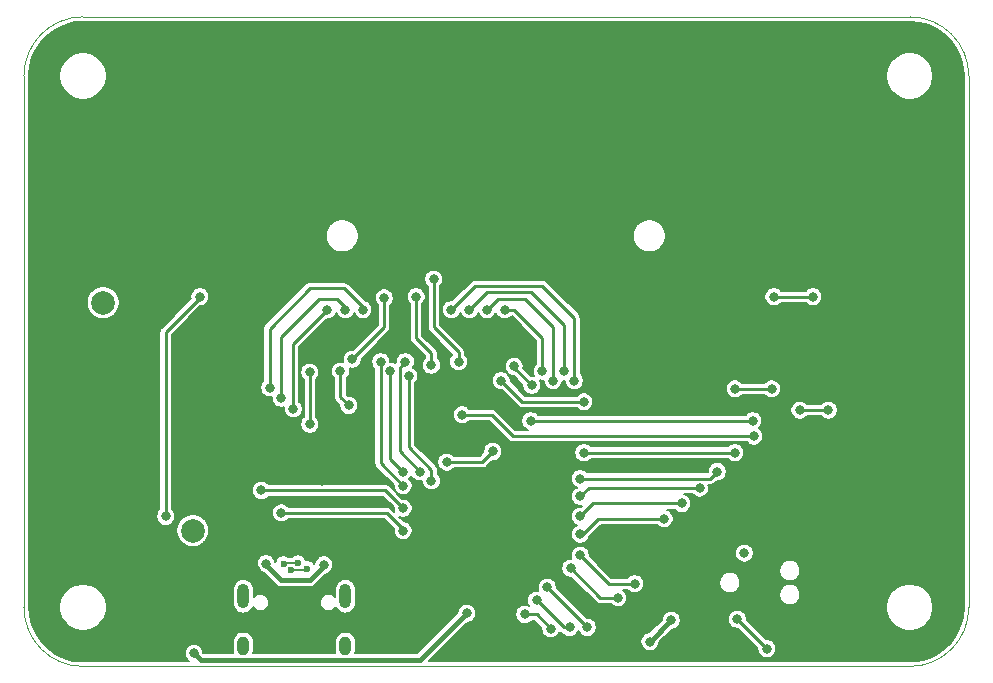
<source format=gbr>
%TF.GenerationSoftware,KiCad,Pcbnew,5.1.7-a382d34a8~87~ubuntu20.04.1*%
%TF.CreationDate,2020-10-04T21:32:38+03:00*%
%TF.ProjectId,GB-CARTPP-XC,47422d43-4152-4545-9050-2d58432e6b69,v1.2*%
%TF.SameCoordinates,Original*%
%TF.FileFunction,Copper,L2,Bot*%
%TF.FilePolarity,Positive*%
%FSLAX46Y46*%
G04 Gerber Fmt 4.6, Leading zero omitted, Abs format (unit mm)*
G04 Created by KiCad (PCBNEW 5.1.7-a382d34a8~87~ubuntu20.04.1) date 2020-10-04 21:32:38*
%MOMM*%
%LPD*%
G01*
G04 APERTURE LIST*
%TA.AperFunction,Profile*%
%ADD10C,0.050000*%
%TD*%
%TA.AperFunction,ComponentPad*%
%ADD11C,2.000000*%
%TD*%
%TA.AperFunction,ComponentPad*%
%ADD12O,1.000000X2.100000*%
%TD*%
%TA.AperFunction,ComponentPad*%
%ADD13O,1.000000X1.600000*%
%TD*%
%TA.AperFunction,ViaPad*%
%ADD14C,0.800000*%
%TD*%
%TA.AperFunction,ViaPad*%
%ADD15C,0.600000*%
%TD*%
%TA.AperFunction,Conductor*%
%ADD16C,0.400000*%
%TD*%
%TA.AperFunction,Conductor*%
%ADD17C,0.250000*%
%TD*%
%TA.AperFunction,Conductor*%
%ADD18C,0.200000*%
%TD*%
%TA.AperFunction,Conductor*%
%ADD19C,0.100000*%
%TD*%
G04 APERTURE END LIST*
D10*
X130000000Y-100000000D02*
G75*
G02*
X125000000Y-105000000I-5000000J0D01*
G01*
X55000000Y-105000000D02*
G75*
G02*
X50000000Y-100000000I0J5000000D01*
G01*
X50000000Y-55000000D02*
G75*
G02*
X55000000Y-50000000I5000000J0D01*
G01*
X125000000Y-50000000D02*
G75*
G02*
X130000000Y-55000000I0J-5000000D01*
G01*
X50000000Y-100000000D02*
X50000000Y-55000000D01*
X125000000Y-105000000D02*
X55000000Y-105000000D01*
X130000000Y-55000000D02*
X130000000Y-100000000D01*
X55000000Y-50000000D02*
X125000000Y-50000000D01*
D11*
%TO.P,TP4,1*%
%TO.N,GND*%
X56700000Y-67500000D03*
%TD*%
D12*
%TO.P,J1,S1*%
%TO.N,/SH*%
X77220000Y-99070000D03*
X68580000Y-99070000D03*
D13*
X68580000Y-103250000D03*
X77220000Y-103250000D03*
%TD*%
D11*
%TO.P,TP3,1*%
%TO.N,VCART*%
X56700000Y-74200000D03*
%TD*%
%TO.P,TP1,1*%
%TO.N,+5V*%
X64300000Y-93500000D03*
%TD*%
D14*
%TO.N,GND*%
X75200000Y-89300000D03*
X85900000Y-100500000D03*
X85100000Y-81300000D03*
X69700000Y-70900000D03*
X75100000Y-72000000D03*
X81800000Y-70800000D03*
X87600000Y-68600000D03*
X93700000Y-70800000D03*
X100800000Y-68400000D03*
X108200000Y-71500000D03*
X65000000Y-59400000D03*
X92400000Y-58700000D03*
X112300000Y-100400000D03*
X58500000Y-90000000D03*
X57700000Y-85700000D03*
X57300000Y-82300000D03*
X75900000Y-86200000D03*
X55200000Y-64100000D03*
X62700000Y-70900000D03*
X54300000Y-78600000D03*
X52500000Y-88700000D03*
X54900000Y-94200000D03*
X58800000Y-103500000D03*
X120700000Y-94500000D03*
X121000000Y-85500000D03*
X127300000Y-76100000D03*
X124300000Y-64900000D03*
X114500000Y-62200000D03*
X83300000Y-62900000D03*
X73600000Y-62400000D03*
X66100000Y-89600000D03*
X66100000Y-92400000D03*
X67100000Y-85000000D03*
X86500000Y-80900000D03*
X106400000Y-95500000D03*
X103300000Y-99600000D03*
X101200000Y-101300000D03*
X89100000Y-100600000D03*
X84800000Y-86800000D03*
X87400000Y-89400000D03*
X77500000Y-84500000D03*
X81800000Y-74600000D03*
X76000000Y-82500000D03*
X75700000Y-79100000D03*
X78900000Y-80100000D03*
X110000000Y-91900000D03*
X114400000Y-86600000D03*
X113200000Y-78500000D03*
X120700000Y-78500000D03*
X113200000Y-75000000D03*
X69650000Y-96850000D03*
X76500000Y-96800000D03*
X63300000Y-96800000D03*
X68500000Y-93900000D03*
X78900000Y-95200000D03*
X66000000Y-101200000D03*
X80500000Y-99100000D03*
%TO.N,Net-(C1-Pad1)*%
X70500000Y-96300000D03*
X75400000Y-96400000D03*
%TO.N,+5V*%
X87500000Y-100500000D03*
X111000000Y-95400000D03*
X103000000Y-102900000D03*
X104800000Y-101100000D03*
X64400000Y-103900000D03*
%TO.N,/PHI*%
X82100000Y-93500000D03*
X71800000Y-92000000D03*
%TO.N,/~WR*%
X70099999Y-90100001D03*
X82100000Y-91600000D03*
%TO.N,/A0*%
X74200014Y-80100000D03*
X74200000Y-84500000D03*
%TO.N,/A1*%
X75700000Y-74800000D03*
X72800000Y-83200000D03*
%TO.N,/A2*%
X77200000Y-74800000D03*
X71800000Y-82300000D03*
%TO.N,/A3*%
X78700000Y-74800000D03*
X70800000Y-81400000D03*
%TO.N,/A4*%
X82100000Y-89700008D03*
X80200000Y-79200000D03*
%TO.N,/A5*%
X82100000Y-88500000D03*
X81000000Y-80000000D03*
%TO.N,/A6*%
X83500000Y-88500000D03*
X82300000Y-79200000D03*
%TO.N,/A7*%
X84500000Y-89300000D03*
X82600000Y-80400000D03*
%TO.N,/A8*%
X96600000Y-80800000D03*
X86200000Y-74800000D03*
%TO.N,/A9*%
X95700000Y-80000000D03*
X87700000Y-74800000D03*
%TO.N,/A10*%
X94800004Y-80800000D03*
X89200000Y-74800000D03*
%TO.N,/A11*%
X93900000Y-80000000D03*
X90700000Y-74800000D03*
%TO.N,/A12*%
X93000000Y-81200000D03*
X91500000Y-79600000D03*
%TO.N,/A14*%
X83200000Y-73700000D03*
X84500000Y-79500000D03*
%TO.N,/A15*%
X86800000Y-79200000D03*
X84700000Y-72200000D03*
%TO.N,/D1*%
X92400000Y-100600000D03*
X94600000Y-101800000D03*
%TO.N,/D2*%
X93400000Y-99400000D03*
X96199997Y-101700003D03*
%TO.N,/D3*%
X94299998Y-98300002D03*
X97700000Y-101700000D03*
%TO.N,/D4*%
X104200000Y-92499996D03*
X97100002Y-93800000D03*
%TO.N,/D5*%
X105700000Y-91200000D03*
X97099996Y-92300000D03*
%TO.N,/D6*%
X107200000Y-89900000D03*
X97100000Y-90600000D03*
%TO.N,/D7*%
X108700000Y-88500002D03*
X97100000Y-89100000D03*
%TO.N,/~RES*%
X110199994Y-81500000D03*
X113300000Y-81500000D03*
X90400000Y-80800000D03*
X97400000Y-82600000D03*
X97400000Y-86900000D03*
X110200000Y-86900000D03*
%TO.N,/~P31*%
X92900000Y-84200000D03*
X111700000Y-84200000D03*
X85800006Y-87700000D03*
X89700000Y-86800000D03*
D15*
%TO.N,/USB_P*%
X72600000Y-96800000D03*
X74000000Y-96717499D03*
%TO.N,/USB_N*%
X71985414Y-96287845D03*
X73200000Y-96200000D03*
D14*
%TO.N,/VPP*%
X80500000Y-73800000D03*
X112900000Y-103500000D03*
X110400000Y-101000000D03*
X77500000Y-82900000D03*
X76800000Y-80000000D03*
X77800002Y-79000000D03*
X116800000Y-73700000D03*
X113499998Y-73700000D03*
%TO.N,/PGC*%
X96300000Y-96700000D03*
X100300004Y-99200000D03*
%TO.N,/PGD*%
X97100000Y-95600000D03*
X101700000Y-98000000D03*
%TO.N,Net-(U1-Pad4)*%
X87100000Y-83700000D03*
X111800000Y-85500000D03*
X115700000Y-83300000D03*
X118100000Y-83300000D03*
X64900000Y-73700000D03*
X62000000Y-92300000D03*
%TD*%
D16*
%TO.N,Net-(C1-Pad1)*%
X71800000Y-97700000D02*
X70500000Y-96400000D01*
X74200000Y-97700000D02*
X71800000Y-97700000D01*
X75400000Y-96500000D02*
X74200000Y-97700000D01*
X70500000Y-96400000D02*
X70500000Y-96300000D01*
X75400000Y-96400000D02*
X75400000Y-96500000D01*
%TO.N,+5V*%
X103000000Y-102900000D02*
X104800000Y-101100000D01*
X83549990Y-104450010D02*
X87500000Y-100500000D01*
X64950010Y-104450010D02*
X83549990Y-104450010D01*
X64400000Y-103900000D02*
X64950010Y-104450010D01*
D17*
%TO.N,/PHI*%
X80700000Y-92000000D02*
X71800000Y-92000000D01*
X82100000Y-93400000D02*
X80700000Y-92000000D01*
X82100000Y-93500000D02*
X82100000Y-93400000D01*
%TO.N,/~WR*%
X70099999Y-90100001D02*
X80600001Y-90100001D01*
X80600001Y-90100001D02*
X82100000Y-91600000D01*
%TO.N,/A0*%
X74200014Y-80100000D02*
X74200014Y-84499986D01*
X74200014Y-84499986D02*
X74200000Y-84500000D01*
%TO.N,/A1*%
X72800000Y-77700000D02*
X72800000Y-83200000D01*
X75700000Y-74800000D02*
X72800000Y-77700000D01*
%TO.N,/A2*%
X71800000Y-77100000D02*
X71800000Y-82300000D01*
X76500000Y-73900000D02*
X75000000Y-73900000D01*
X77200000Y-74600000D02*
X76500000Y-73900000D01*
X75000000Y-73900000D02*
X71800000Y-77100000D01*
X77200000Y-74800000D02*
X77200000Y-74600000D01*
%TO.N,/A3*%
X70800000Y-76400000D02*
X70800000Y-81400000D01*
X74200000Y-73000000D02*
X70800000Y-76400000D01*
X77100000Y-73000000D02*
X74200000Y-73000000D01*
X78700000Y-74600000D02*
X77100000Y-73000000D01*
X78700000Y-74800000D02*
X78700000Y-74600000D01*
%TO.N,/A4*%
X80200000Y-87800008D02*
X80200000Y-79200000D01*
X82100000Y-89700008D02*
X80200000Y-87800008D01*
%TO.N,/A5*%
X81000000Y-87400000D02*
X81000000Y-80000000D01*
X82100000Y-88500000D02*
X81000000Y-87400000D01*
%TO.N,/A6*%
X81800001Y-79699999D02*
X82300000Y-79200000D01*
X83500000Y-88500000D02*
X81800001Y-86800001D01*
X81800001Y-86800001D02*
X81800001Y-79699999D01*
%TO.N,/A7*%
X82600000Y-86434315D02*
X82600000Y-80400000D01*
X84500000Y-88334315D02*
X82600000Y-86434315D01*
X84500000Y-89300000D02*
X84500000Y-88334315D01*
%TO.N,/A8*%
X88200000Y-72800000D02*
X86200000Y-74800000D01*
X93900000Y-72800000D02*
X88200000Y-72800000D01*
X96600000Y-75500000D02*
X93900000Y-72800000D01*
X96600000Y-80800000D02*
X96600000Y-75500000D01*
%TO.N,/A9*%
X95700000Y-76100000D02*
X95700000Y-80000000D01*
X92900000Y-73300000D02*
X95700000Y-76100000D01*
X89200000Y-73300000D02*
X92900000Y-73300000D01*
X87700000Y-74800000D02*
X89200000Y-73300000D01*
%TO.N,/A10*%
X94800004Y-76300004D02*
X94800004Y-80800000D01*
X89200000Y-74800000D02*
X90100000Y-73900000D01*
X90100000Y-73900000D02*
X92400000Y-73900000D01*
X92400000Y-73900000D02*
X94800004Y-76300004D01*
%TO.N,/A11*%
X93900000Y-77200000D02*
X93900000Y-80000000D01*
X91500000Y-74800000D02*
X93900000Y-77200000D01*
X90700000Y-74800000D02*
X91500000Y-74800000D01*
%TO.N,/A12*%
X93000000Y-81200000D02*
X91500000Y-79700000D01*
X91500000Y-79700000D02*
X91500000Y-79600000D01*
%TO.N,/A14*%
X84500000Y-78500000D02*
X84500000Y-79500000D01*
X83200000Y-77200000D02*
X84500000Y-78500000D01*
X83200000Y-73700000D02*
X83200000Y-77200000D01*
%TO.N,/A15*%
X84700000Y-76300000D02*
X84700000Y-72200000D01*
X86800000Y-78400000D02*
X84700000Y-76300000D01*
X86800000Y-79200000D02*
X86800000Y-78400000D01*
%TO.N,/D1*%
X92400000Y-100600000D02*
X93400000Y-100600000D01*
X93400000Y-100600000D02*
X94600000Y-101800000D01*
%TO.N,/D2*%
X93400000Y-99400000D02*
X95700003Y-101700003D01*
X95700003Y-101700003D02*
X96199997Y-101700003D01*
%TO.N,/D3*%
X94299998Y-98300002D02*
X97699996Y-101700000D01*
X97699996Y-101700000D02*
X97700000Y-101700000D01*
%TO.N,/D4*%
X97300000Y-93800000D02*
X97100002Y-93800000D01*
X104200000Y-92499996D02*
X98600004Y-92499996D01*
X98600004Y-92499996D02*
X97300000Y-93800000D01*
%TO.N,/D5*%
X98199996Y-91200000D02*
X97099996Y-92300000D01*
X105700000Y-91200000D02*
X98199996Y-91200000D01*
%TO.N,/D6*%
X97800000Y-89900000D02*
X97100000Y-90600000D01*
X107200000Y-89900000D02*
X97800000Y-89900000D01*
%TO.N,/D7*%
X108100002Y-89100000D02*
X97100000Y-89100000D01*
X108700000Y-88500002D02*
X108100002Y-89100000D01*
%TO.N,/~RES*%
X110199994Y-81500000D02*
X113300000Y-81500000D01*
X97400000Y-82600000D02*
X92200000Y-82600000D01*
X92200000Y-82600000D02*
X90400000Y-80800000D01*
X97400000Y-86900000D02*
X110200000Y-86900000D01*
%TO.N,/~P31*%
X92900000Y-84200000D02*
X111700000Y-84200000D01*
X88800000Y-87700000D02*
X89700000Y-86800000D01*
X85800006Y-87700000D02*
X88800000Y-87700000D01*
D18*
%TO.N,/USB_P*%
X73917499Y-96800000D02*
X74000000Y-96717499D01*
X72600000Y-96800000D02*
X73917499Y-96800000D01*
%TO.N,/USB_N*%
X72073259Y-96200000D02*
X71985414Y-96287845D01*
X73200000Y-96200000D02*
X72073259Y-96200000D01*
D17*
%TO.N,/VPP*%
X110400000Y-101000000D02*
X112900000Y-103500000D01*
X76800000Y-82200000D02*
X76800000Y-80000000D01*
X77500000Y-82900000D02*
X76800000Y-82200000D01*
X80500000Y-76300002D02*
X77800002Y-79000000D01*
X80500000Y-73800000D02*
X80500000Y-76300002D01*
X116800000Y-73700000D02*
X113499998Y-73700000D01*
%TO.N,/PGC*%
X96300000Y-96700000D02*
X98800000Y-99200000D01*
X98800000Y-99200000D02*
X100300004Y-99200000D01*
%TO.N,/PGD*%
X99500000Y-98000000D02*
X101700000Y-98000000D01*
X97100000Y-95600000D02*
X99500000Y-98000000D01*
%TO.N,Net-(U1-Pad4)*%
X87100000Y-83700000D02*
X89600000Y-83700000D01*
X89600000Y-83700000D02*
X91400000Y-85500000D01*
X91400000Y-85500000D02*
X111800000Y-85500000D01*
X115700000Y-83300000D02*
X118100000Y-83300000D01*
X64900000Y-73800000D02*
X62000000Y-76700000D01*
X62000000Y-76700000D02*
X62000000Y-92300000D01*
X64900000Y-73700000D02*
X64900000Y-73800000D01*
%TD*%
D18*
%TO.N,GND*%
X125809861Y-50498967D02*
X126594128Y-50713518D01*
X127328007Y-51063561D01*
X127988293Y-51538024D01*
X128554131Y-52121923D01*
X129007622Y-52796790D01*
X129334441Y-53541303D01*
X129525035Y-54335184D01*
X129575000Y-55015588D01*
X129575001Y-99981066D01*
X129501033Y-100809861D01*
X129286482Y-101594128D01*
X128936441Y-102328003D01*
X128461976Y-102988293D01*
X127878074Y-103554133D01*
X127203210Y-104007623D01*
X126458701Y-104334439D01*
X125664817Y-104525034D01*
X124984412Y-104575000D01*
X84273527Y-104575000D01*
X86027320Y-102821207D01*
X102200000Y-102821207D01*
X102200000Y-102978793D01*
X102230743Y-103133351D01*
X102291049Y-103278942D01*
X102378599Y-103409970D01*
X102490030Y-103521401D01*
X102621058Y-103608951D01*
X102766649Y-103669257D01*
X102921207Y-103700000D01*
X103078793Y-103700000D01*
X103233351Y-103669257D01*
X103378942Y-103608951D01*
X103509970Y-103521401D01*
X103621401Y-103409970D01*
X103708951Y-103278942D01*
X103769257Y-103133351D01*
X103800000Y-102978793D01*
X103800000Y-102948527D01*
X104848529Y-101900000D01*
X104878793Y-101900000D01*
X105033351Y-101869257D01*
X105178942Y-101808951D01*
X105309970Y-101721401D01*
X105421401Y-101609970D01*
X105508951Y-101478942D01*
X105569257Y-101333351D01*
X105600000Y-101178793D01*
X105600000Y-101021207D01*
X105580110Y-100921207D01*
X109600000Y-100921207D01*
X109600000Y-101078793D01*
X109630743Y-101233351D01*
X109691049Y-101378942D01*
X109778599Y-101509970D01*
X109890030Y-101621401D01*
X110021058Y-101708951D01*
X110166649Y-101769257D01*
X110321207Y-101800000D01*
X110457539Y-101800000D01*
X112100000Y-103442462D01*
X112100000Y-103578793D01*
X112130743Y-103733351D01*
X112191049Y-103878942D01*
X112278599Y-104009970D01*
X112390030Y-104121401D01*
X112521058Y-104208951D01*
X112666649Y-104269257D01*
X112821207Y-104300000D01*
X112978793Y-104300000D01*
X113133351Y-104269257D01*
X113278942Y-104208951D01*
X113409970Y-104121401D01*
X113521401Y-104009970D01*
X113608951Y-103878942D01*
X113669257Y-103733351D01*
X113700000Y-103578793D01*
X113700000Y-103421207D01*
X113669257Y-103266649D01*
X113608951Y-103121058D01*
X113521401Y-102990030D01*
X113409970Y-102878599D01*
X113278942Y-102791049D01*
X113133351Y-102730743D01*
X112978793Y-102700000D01*
X112842462Y-102700000D01*
X111200000Y-101057539D01*
X111200000Y-100921207D01*
X111169257Y-100766649D01*
X111108951Y-100621058D01*
X111021401Y-100490030D01*
X110909970Y-100378599D01*
X110778942Y-100291049D01*
X110633351Y-100230743D01*
X110478793Y-100200000D01*
X110321207Y-100200000D01*
X110166649Y-100230743D01*
X110021058Y-100291049D01*
X109890030Y-100378599D01*
X109778599Y-100490030D01*
X109691049Y-100621058D01*
X109630743Y-100766649D01*
X109600000Y-100921207D01*
X105580110Y-100921207D01*
X105569257Y-100866649D01*
X105508951Y-100721058D01*
X105421401Y-100590030D01*
X105309970Y-100478599D01*
X105178942Y-100391049D01*
X105033351Y-100330743D01*
X104878793Y-100300000D01*
X104721207Y-100300000D01*
X104566649Y-100330743D01*
X104421058Y-100391049D01*
X104290030Y-100478599D01*
X104178599Y-100590030D01*
X104091049Y-100721058D01*
X104030743Y-100866649D01*
X104000000Y-101021207D01*
X104000000Y-101051471D01*
X102951473Y-102100000D01*
X102921207Y-102100000D01*
X102766649Y-102130743D01*
X102621058Y-102191049D01*
X102490030Y-102278599D01*
X102378599Y-102390030D01*
X102291049Y-102521058D01*
X102230743Y-102666649D01*
X102200000Y-102821207D01*
X86027320Y-102821207D01*
X87548528Y-101300000D01*
X87578793Y-101300000D01*
X87733351Y-101269257D01*
X87878942Y-101208951D01*
X88009970Y-101121401D01*
X88121401Y-101009970D01*
X88208951Y-100878942D01*
X88269257Y-100733351D01*
X88300000Y-100578793D01*
X88300000Y-100521207D01*
X91600000Y-100521207D01*
X91600000Y-100678793D01*
X91630743Y-100833351D01*
X91691049Y-100978942D01*
X91778599Y-101109970D01*
X91890030Y-101221401D01*
X92021058Y-101308951D01*
X92166649Y-101369257D01*
X92321207Y-101400000D01*
X92478793Y-101400000D01*
X92633351Y-101369257D01*
X92778942Y-101308951D01*
X92909970Y-101221401D01*
X93006371Y-101125000D01*
X93182539Y-101125000D01*
X93800000Y-101742462D01*
X93800000Y-101878793D01*
X93830743Y-102033351D01*
X93891049Y-102178942D01*
X93978599Y-102309970D01*
X94090030Y-102421401D01*
X94221058Y-102508951D01*
X94366649Y-102569257D01*
X94521207Y-102600000D01*
X94678793Y-102600000D01*
X94833351Y-102569257D01*
X94978942Y-102508951D01*
X95109970Y-102421401D01*
X95221401Y-102309970D01*
X95308951Y-102178942D01*
X95346264Y-102088860D01*
X95406917Y-102138636D01*
X95498122Y-102187386D01*
X95581215Y-102212592D01*
X95690027Y-102321404D01*
X95821055Y-102408954D01*
X95966646Y-102469260D01*
X96121204Y-102500003D01*
X96278790Y-102500003D01*
X96433348Y-102469260D01*
X96578939Y-102408954D01*
X96709967Y-102321404D01*
X96821398Y-102209973D01*
X96908948Y-102078945D01*
X96949999Y-101979839D01*
X96991049Y-102078942D01*
X97078599Y-102209970D01*
X97190030Y-102321401D01*
X97321058Y-102408951D01*
X97466649Y-102469257D01*
X97621207Y-102500000D01*
X97778793Y-102500000D01*
X97933351Y-102469257D01*
X98078942Y-102408951D01*
X98209970Y-102321401D01*
X98321401Y-102209970D01*
X98408951Y-102078942D01*
X98469257Y-101933351D01*
X98500000Y-101778793D01*
X98500000Y-101621207D01*
X98469257Y-101466649D01*
X98408951Y-101321058D01*
X98321401Y-101190030D01*
X98209970Y-101078599D01*
X98078942Y-100991049D01*
X97933351Y-100930743D01*
X97778793Y-100900000D01*
X97642458Y-100900000D01*
X95099998Y-98357541D01*
X95099998Y-98221209D01*
X95069255Y-98066651D01*
X95008949Y-97921060D01*
X94921399Y-97790032D01*
X94809968Y-97678601D01*
X94678940Y-97591051D01*
X94533349Y-97530745D01*
X94378791Y-97500002D01*
X94221205Y-97500002D01*
X94066647Y-97530745D01*
X93921056Y-97591051D01*
X93790028Y-97678601D01*
X93678597Y-97790032D01*
X93591047Y-97921060D01*
X93530741Y-98066651D01*
X93499998Y-98221209D01*
X93499998Y-98378795D01*
X93530741Y-98533353D01*
X93565490Y-98617245D01*
X93478793Y-98600000D01*
X93321207Y-98600000D01*
X93166649Y-98630743D01*
X93021058Y-98691049D01*
X92890030Y-98778599D01*
X92778599Y-98890030D01*
X92691049Y-99021058D01*
X92630743Y-99166649D01*
X92600000Y-99321207D01*
X92600000Y-99478793D01*
X92630743Y-99633351D01*
X92691049Y-99778942D01*
X92760987Y-99883612D01*
X92633351Y-99830743D01*
X92478793Y-99800000D01*
X92321207Y-99800000D01*
X92166649Y-99830743D01*
X92021058Y-99891049D01*
X91890030Y-99978599D01*
X91778599Y-100090030D01*
X91691049Y-100221058D01*
X91630743Y-100366649D01*
X91600000Y-100521207D01*
X88300000Y-100521207D01*
X88300000Y-100421207D01*
X88269257Y-100266649D01*
X88208951Y-100121058D01*
X88121401Y-99990030D01*
X88009970Y-99878599D01*
X87878942Y-99791049D01*
X87733351Y-99730743D01*
X87578793Y-99700000D01*
X87421207Y-99700000D01*
X87266649Y-99730743D01*
X87121058Y-99791049D01*
X86990030Y-99878599D01*
X86878599Y-99990030D01*
X86791049Y-100121058D01*
X86730743Y-100266649D01*
X86700000Y-100421207D01*
X86700000Y-100451472D01*
X83301463Y-103850010D01*
X78069490Y-103850010D01*
X78106977Y-103726431D01*
X78120000Y-103594207D01*
X78120000Y-102905793D01*
X78106977Y-102773569D01*
X78055514Y-102603919D01*
X77971943Y-102447568D01*
X77859475Y-102310525D01*
X77722431Y-102198057D01*
X77566080Y-102114486D01*
X77396430Y-102063023D01*
X77220000Y-102045646D01*
X77043569Y-102063023D01*
X76873919Y-102114486D01*
X76717568Y-102198057D01*
X76580525Y-102310525D01*
X76468057Y-102447569D01*
X76384486Y-102603920D01*
X76333023Y-102773570D01*
X76320000Y-102905794D01*
X76320000Y-103594207D01*
X76333023Y-103726431D01*
X76370510Y-103850010D01*
X69429490Y-103850010D01*
X69466977Y-103726431D01*
X69480000Y-103594207D01*
X69480000Y-102905793D01*
X69466977Y-102773569D01*
X69415514Y-102603919D01*
X69331943Y-102447568D01*
X69219475Y-102310525D01*
X69082431Y-102198057D01*
X68926080Y-102114486D01*
X68756430Y-102063023D01*
X68580000Y-102045646D01*
X68403569Y-102063023D01*
X68233919Y-102114486D01*
X68077568Y-102198057D01*
X67940525Y-102310525D01*
X67828057Y-102447569D01*
X67744486Y-102603920D01*
X67693023Y-102773570D01*
X67680000Y-102905794D01*
X67680000Y-103594207D01*
X67693023Y-103726431D01*
X67730510Y-103850010D01*
X65200000Y-103850010D01*
X65200000Y-103821207D01*
X65169257Y-103666649D01*
X65108951Y-103521058D01*
X65021401Y-103390030D01*
X64909970Y-103278599D01*
X64778942Y-103191049D01*
X64633351Y-103130743D01*
X64478793Y-103100000D01*
X64321207Y-103100000D01*
X64166649Y-103130743D01*
X64021058Y-103191049D01*
X63890030Y-103278599D01*
X63778599Y-103390030D01*
X63691049Y-103521058D01*
X63630743Y-103666649D01*
X63600000Y-103821207D01*
X63600000Y-103978793D01*
X63630743Y-104133351D01*
X63691049Y-104278942D01*
X63778599Y-104409970D01*
X63890030Y-104521401D01*
X63970247Y-104575000D01*
X55018922Y-104575000D01*
X54190139Y-104501033D01*
X53405872Y-104286482D01*
X52671997Y-103936441D01*
X52011707Y-103461976D01*
X51445867Y-102878074D01*
X50992377Y-102203210D01*
X50665561Y-101458701D01*
X50474966Y-100664817D01*
X50425000Y-99984412D01*
X50425000Y-99803017D01*
X53000000Y-99803017D01*
X53000000Y-100196983D01*
X53076859Y-100583378D01*
X53227623Y-100947355D01*
X53446499Y-101274926D01*
X53725074Y-101553501D01*
X54052645Y-101772377D01*
X54416622Y-101923141D01*
X54803017Y-102000000D01*
X55196983Y-102000000D01*
X55583378Y-101923141D01*
X55947355Y-101772377D01*
X56274926Y-101553501D01*
X56553501Y-101274926D01*
X56772377Y-100947355D01*
X56923141Y-100583378D01*
X57000000Y-100196983D01*
X57000000Y-99803017D01*
X56923141Y-99416622D01*
X56772377Y-99052645D01*
X56553501Y-98725074D01*
X56304221Y-98475794D01*
X67680000Y-98475794D01*
X67680001Y-99664207D01*
X67693024Y-99796431D01*
X67744487Y-99966081D01*
X67828058Y-100122432D01*
X67940526Y-100259475D01*
X68077569Y-100371943D01*
X68233920Y-100455514D01*
X68403570Y-100506977D01*
X68580000Y-100524354D01*
X68756431Y-100506977D01*
X68926081Y-100455514D01*
X69082432Y-100371943D01*
X69219475Y-100259475D01*
X69331943Y-100122432D01*
X69400912Y-99993400D01*
X69446856Y-100062161D01*
X69547839Y-100163144D01*
X69666584Y-100242487D01*
X69798525Y-100297139D01*
X69938594Y-100325000D01*
X70081406Y-100325000D01*
X70221475Y-100297139D01*
X70353416Y-100242487D01*
X70472161Y-100163144D01*
X70573144Y-100062161D01*
X70652487Y-99943416D01*
X70707139Y-99811475D01*
X70735000Y-99671406D01*
X70735000Y-99528594D01*
X75065000Y-99528594D01*
X75065000Y-99671406D01*
X75092861Y-99811475D01*
X75147513Y-99943416D01*
X75226856Y-100062161D01*
X75327839Y-100163144D01*
X75446584Y-100242487D01*
X75578525Y-100297139D01*
X75718594Y-100325000D01*
X75861406Y-100325000D01*
X76001475Y-100297139D01*
X76133416Y-100242487D01*
X76252161Y-100163144D01*
X76353144Y-100062161D01*
X76399089Y-99993400D01*
X76468058Y-100122432D01*
X76580526Y-100259475D01*
X76717569Y-100371943D01*
X76873920Y-100455514D01*
X77043570Y-100506977D01*
X77220000Y-100524354D01*
X77396431Y-100506977D01*
X77566081Y-100455514D01*
X77722432Y-100371943D01*
X77859475Y-100259475D01*
X77971943Y-100122432D01*
X78055514Y-99966081D01*
X78106977Y-99796431D01*
X78120000Y-99664207D01*
X78120000Y-98475793D01*
X78106977Y-98343569D01*
X78055514Y-98173919D01*
X77971943Y-98017568D01*
X77859475Y-97880525D01*
X77722431Y-97768057D01*
X77566080Y-97684486D01*
X77396430Y-97633023D01*
X77220000Y-97615646D01*
X77043569Y-97633023D01*
X76873919Y-97684486D01*
X76717568Y-97768057D01*
X76580525Y-97880525D01*
X76468057Y-98017569D01*
X76384486Y-98173920D01*
X76333023Y-98343570D01*
X76320000Y-98475794D01*
X76320001Y-99104696D01*
X76252161Y-99036856D01*
X76133416Y-98957513D01*
X76001475Y-98902861D01*
X75861406Y-98875000D01*
X75718594Y-98875000D01*
X75578525Y-98902861D01*
X75446584Y-98957513D01*
X75327839Y-99036856D01*
X75226856Y-99137839D01*
X75147513Y-99256584D01*
X75092861Y-99388525D01*
X75065000Y-99528594D01*
X70735000Y-99528594D01*
X70707139Y-99388525D01*
X70652487Y-99256584D01*
X70573144Y-99137839D01*
X70472161Y-99036856D01*
X70353416Y-98957513D01*
X70221475Y-98902861D01*
X70081406Y-98875000D01*
X69938594Y-98875000D01*
X69798525Y-98902861D01*
X69666584Y-98957513D01*
X69547839Y-99036856D01*
X69480000Y-99104695D01*
X69480000Y-98475793D01*
X69466977Y-98343569D01*
X69415514Y-98173919D01*
X69331943Y-98017568D01*
X69219475Y-97880525D01*
X69082431Y-97768057D01*
X68926080Y-97684486D01*
X68756430Y-97633023D01*
X68580000Y-97615646D01*
X68403569Y-97633023D01*
X68233919Y-97684486D01*
X68077568Y-97768057D01*
X67940525Y-97880525D01*
X67828057Y-98017569D01*
X67744486Y-98173920D01*
X67693023Y-98343570D01*
X67680000Y-98475794D01*
X56304221Y-98475794D01*
X56274926Y-98446499D01*
X55947355Y-98227623D01*
X55583378Y-98076859D01*
X55196983Y-98000000D01*
X54803017Y-98000000D01*
X54416622Y-98076859D01*
X54052645Y-98227623D01*
X53725074Y-98446499D01*
X53446499Y-98725074D01*
X53227623Y-99052645D01*
X53076859Y-99416622D01*
X53000000Y-99803017D01*
X50425000Y-99803017D01*
X50425000Y-96221207D01*
X69700000Y-96221207D01*
X69700000Y-96378793D01*
X69730743Y-96533351D01*
X69791049Y-96678942D01*
X69878599Y-96809970D01*
X69990030Y-96921401D01*
X70121058Y-97008951D01*
X70266649Y-97069257D01*
X70334158Y-97082685D01*
X71354891Y-98103419D01*
X71373683Y-98126317D01*
X71465045Y-98201296D01*
X71569277Y-98257009D01*
X71569279Y-98257010D01*
X71682379Y-98291319D01*
X71800000Y-98302903D01*
X71829476Y-98300000D01*
X74170526Y-98300000D01*
X74200000Y-98302903D01*
X74229474Y-98300000D01*
X74317621Y-98291318D01*
X74430721Y-98257010D01*
X74534955Y-98201296D01*
X74626317Y-98126317D01*
X74645113Y-98103414D01*
X75565843Y-97182685D01*
X75633351Y-97169257D01*
X75778942Y-97108951D01*
X75909970Y-97021401D01*
X76021401Y-96909970D01*
X76108951Y-96778942D01*
X76169257Y-96633351D01*
X76171672Y-96621207D01*
X95500000Y-96621207D01*
X95500000Y-96778793D01*
X95530743Y-96933351D01*
X95591049Y-97078942D01*
X95678599Y-97209970D01*
X95790030Y-97321401D01*
X95921058Y-97408951D01*
X96066649Y-97469257D01*
X96221207Y-97500000D01*
X96357539Y-97500000D01*
X98410534Y-99552996D01*
X98426973Y-99573027D01*
X98506914Y-99638633D01*
X98598119Y-99687383D01*
X98697082Y-99717403D01*
X98774212Y-99725000D01*
X98774220Y-99725000D01*
X98800000Y-99727539D01*
X98825780Y-99725000D01*
X99693633Y-99725000D01*
X99790034Y-99821401D01*
X99921062Y-99908951D01*
X100066653Y-99969257D01*
X100221211Y-100000000D01*
X100378797Y-100000000D01*
X100533355Y-99969257D01*
X100678946Y-99908951D01*
X100809974Y-99821401D01*
X100921405Y-99709970D01*
X101008955Y-99578942D01*
X101069261Y-99433351D01*
X101100004Y-99278793D01*
X101100004Y-99121207D01*
X101069261Y-98966649D01*
X101011757Y-98827821D01*
X113944700Y-98827821D01*
X113944700Y-99004179D01*
X113979106Y-99177149D01*
X114046595Y-99340084D01*
X114144575Y-99486720D01*
X114269280Y-99611425D01*
X114415916Y-99709405D01*
X114578851Y-99776894D01*
X114751821Y-99811300D01*
X114928179Y-99811300D01*
X114969820Y-99803017D01*
X123000000Y-99803017D01*
X123000000Y-100196983D01*
X123076859Y-100583378D01*
X123227623Y-100947355D01*
X123446499Y-101274926D01*
X123725074Y-101553501D01*
X124052645Y-101772377D01*
X124416622Y-101923141D01*
X124803017Y-102000000D01*
X125196983Y-102000000D01*
X125583378Y-101923141D01*
X125947355Y-101772377D01*
X126274926Y-101553501D01*
X126553501Y-101274926D01*
X126772377Y-100947355D01*
X126923141Y-100583378D01*
X127000000Y-100196983D01*
X127000000Y-99803017D01*
X126923141Y-99416622D01*
X126772377Y-99052645D01*
X126553501Y-98725074D01*
X126274926Y-98446499D01*
X125947355Y-98227623D01*
X125583378Y-98076859D01*
X125196983Y-98000000D01*
X124803017Y-98000000D01*
X124416622Y-98076859D01*
X124052645Y-98227623D01*
X123725074Y-98446499D01*
X123446499Y-98725074D01*
X123227623Y-99052645D01*
X123076859Y-99416622D01*
X123000000Y-99803017D01*
X114969820Y-99803017D01*
X115101149Y-99776894D01*
X115264084Y-99709405D01*
X115410720Y-99611425D01*
X115535425Y-99486720D01*
X115633405Y-99340084D01*
X115700894Y-99177149D01*
X115735300Y-99004179D01*
X115735300Y-98827821D01*
X115700894Y-98654851D01*
X115633405Y-98491916D01*
X115535425Y-98345280D01*
X115410720Y-98220575D01*
X115264084Y-98122595D01*
X115101149Y-98055106D01*
X114928179Y-98020700D01*
X114751821Y-98020700D01*
X114578851Y-98055106D01*
X114415916Y-98122595D01*
X114269280Y-98220575D01*
X114144575Y-98345280D01*
X114046595Y-98491916D01*
X113979106Y-98654851D01*
X113944700Y-98827821D01*
X101011757Y-98827821D01*
X101008955Y-98821058D01*
X100921405Y-98690030D01*
X100809974Y-98578599D01*
X100729757Y-98525000D01*
X101093629Y-98525000D01*
X101190030Y-98621401D01*
X101321058Y-98708951D01*
X101466649Y-98769257D01*
X101621207Y-98800000D01*
X101778793Y-98800000D01*
X101933351Y-98769257D01*
X102078942Y-98708951D01*
X102209970Y-98621401D01*
X102321401Y-98509970D01*
X102408951Y-98378942D01*
X102469257Y-98233351D01*
X102500000Y-98078793D01*
X102500000Y-97921207D01*
X102478243Y-97811821D01*
X108864700Y-97811821D01*
X108864700Y-97988179D01*
X108899106Y-98161149D01*
X108966595Y-98324084D01*
X109064575Y-98470720D01*
X109189280Y-98595425D01*
X109335916Y-98693405D01*
X109498851Y-98760894D01*
X109671821Y-98795300D01*
X109848179Y-98795300D01*
X110021149Y-98760894D01*
X110184084Y-98693405D01*
X110330720Y-98595425D01*
X110455425Y-98470720D01*
X110553405Y-98324084D01*
X110620894Y-98161149D01*
X110655300Y-97988179D01*
X110655300Y-97811821D01*
X110620894Y-97638851D01*
X110553405Y-97475916D01*
X110455425Y-97329280D01*
X110330720Y-97204575D01*
X110184084Y-97106595D01*
X110021149Y-97039106D01*
X109848179Y-97004700D01*
X109671821Y-97004700D01*
X109498851Y-97039106D01*
X109335916Y-97106595D01*
X109189280Y-97204575D01*
X109064575Y-97329280D01*
X108966595Y-97475916D01*
X108899106Y-97638851D01*
X108864700Y-97811821D01*
X102478243Y-97811821D01*
X102469257Y-97766649D01*
X102408951Y-97621058D01*
X102321401Y-97490030D01*
X102209970Y-97378599D01*
X102078942Y-97291049D01*
X101933351Y-97230743D01*
X101778793Y-97200000D01*
X101621207Y-97200000D01*
X101466649Y-97230743D01*
X101321058Y-97291049D01*
X101190030Y-97378599D01*
X101093629Y-97475000D01*
X99717462Y-97475000D01*
X99038283Y-96795821D01*
X113944700Y-96795821D01*
X113944700Y-96972179D01*
X113979106Y-97145149D01*
X114046595Y-97308084D01*
X114144575Y-97454720D01*
X114269280Y-97579425D01*
X114415916Y-97677405D01*
X114578851Y-97744894D01*
X114751821Y-97779300D01*
X114928179Y-97779300D01*
X115101149Y-97744894D01*
X115264084Y-97677405D01*
X115410720Y-97579425D01*
X115535425Y-97454720D01*
X115633405Y-97308084D01*
X115700894Y-97145149D01*
X115735300Y-96972179D01*
X115735300Y-96795821D01*
X115700894Y-96622851D01*
X115633405Y-96459916D01*
X115535425Y-96313280D01*
X115410720Y-96188575D01*
X115264084Y-96090595D01*
X115101149Y-96023106D01*
X114928179Y-95988700D01*
X114751821Y-95988700D01*
X114578851Y-96023106D01*
X114415916Y-96090595D01*
X114269280Y-96188575D01*
X114144575Y-96313280D01*
X114046595Y-96459916D01*
X113979106Y-96622851D01*
X113944700Y-96795821D01*
X99038283Y-96795821D01*
X97900000Y-95657539D01*
X97900000Y-95521207D01*
X97869257Y-95366649D01*
X97850435Y-95321207D01*
X110200000Y-95321207D01*
X110200000Y-95478793D01*
X110230743Y-95633351D01*
X110291049Y-95778942D01*
X110378599Y-95909970D01*
X110490030Y-96021401D01*
X110621058Y-96108951D01*
X110766649Y-96169257D01*
X110921207Y-96200000D01*
X111078793Y-96200000D01*
X111233351Y-96169257D01*
X111378942Y-96108951D01*
X111509970Y-96021401D01*
X111621401Y-95909970D01*
X111708951Y-95778942D01*
X111769257Y-95633351D01*
X111800000Y-95478793D01*
X111800000Y-95321207D01*
X111769257Y-95166649D01*
X111708951Y-95021058D01*
X111621401Y-94890030D01*
X111509970Y-94778599D01*
X111378942Y-94691049D01*
X111233351Y-94630743D01*
X111078793Y-94600000D01*
X110921207Y-94600000D01*
X110766649Y-94630743D01*
X110621058Y-94691049D01*
X110490030Y-94778599D01*
X110378599Y-94890030D01*
X110291049Y-95021058D01*
X110230743Y-95166649D01*
X110200000Y-95321207D01*
X97850435Y-95321207D01*
X97808951Y-95221058D01*
X97721401Y-95090030D01*
X97609970Y-94978599D01*
X97478942Y-94891049D01*
X97333351Y-94830743D01*
X97178793Y-94800000D01*
X97021207Y-94800000D01*
X96866649Y-94830743D01*
X96721058Y-94891049D01*
X96590030Y-94978599D01*
X96478599Y-95090030D01*
X96391049Y-95221058D01*
X96330743Y-95366649D01*
X96300000Y-95521207D01*
X96300000Y-95678793D01*
X96330743Y-95833351D01*
X96358350Y-95900000D01*
X96221207Y-95900000D01*
X96066649Y-95930743D01*
X95921058Y-95991049D01*
X95790030Y-96078599D01*
X95678599Y-96190030D01*
X95591049Y-96321058D01*
X95530743Y-96466649D01*
X95500000Y-96621207D01*
X76171672Y-96621207D01*
X76200000Y-96478793D01*
X76200000Y-96321207D01*
X76169257Y-96166649D01*
X76108951Y-96021058D01*
X76021401Y-95890030D01*
X75909970Y-95778599D01*
X75778942Y-95691049D01*
X75633351Y-95630743D01*
X75478793Y-95600000D01*
X75321207Y-95600000D01*
X75166649Y-95630743D01*
X75021058Y-95691049D01*
X74890030Y-95778599D01*
X74778599Y-95890030D01*
X74691049Y-96021058D01*
X74630743Y-96166649D01*
X74600000Y-96321207D01*
X74600000Y-96355496D01*
X74543726Y-96271275D01*
X74446224Y-96173773D01*
X74331574Y-96097167D01*
X74204182Y-96044400D01*
X74068944Y-96017499D01*
X73931056Y-96017499D01*
X73879453Y-96027764D01*
X73873099Y-95995818D01*
X73820332Y-95868426D01*
X73743726Y-95753776D01*
X73646224Y-95656274D01*
X73531574Y-95579668D01*
X73404182Y-95526901D01*
X73268944Y-95500000D01*
X73131056Y-95500000D01*
X72995818Y-95526901D01*
X72868426Y-95579668D01*
X72753776Y-95656274D01*
X72710050Y-95700000D01*
X72365609Y-95700000D01*
X72316988Y-95667513D01*
X72189596Y-95614746D01*
X72054358Y-95587845D01*
X71916470Y-95587845D01*
X71781232Y-95614746D01*
X71653840Y-95667513D01*
X71539190Y-95744119D01*
X71441688Y-95841621D01*
X71365082Y-95956271D01*
X71312315Y-96083663D01*
X71292478Y-96183390D01*
X71269257Y-96066649D01*
X71208951Y-95921058D01*
X71121401Y-95790030D01*
X71009970Y-95678599D01*
X70878942Y-95591049D01*
X70733351Y-95530743D01*
X70578793Y-95500000D01*
X70421207Y-95500000D01*
X70266649Y-95530743D01*
X70121058Y-95591049D01*
X69990030Y-95678599D01*
X69878599Y-95790030D01*
X69791049Y-95921058D01*
X69730743Y-96066649D01*
X69700000Y-96221207D01*
X50425000Y-96221207D01*
X50425000Y-93362112D01*
X62900000Y-93362112D01*
X62900000Y-93637888D01*
X62953801Y-93908365D01*
X63059336Y-94163149D01*
X63212549Y-94392448D01*
X63407552Y-94587451D01*
X63636851Y-94740664D01*
X63891635Y-94846199D01*
X64162112Y-94900000D01*
X64437888Y-94900000D01*
X64708365Y-94846199D01*
X64963149Y-94740664D01*
X65192448Y-94587451D01*
X65387451Y-94392448D01*
X65540664Y-94163149D01*
X65646199Y-93908365D01*
X65700000Y-93637888D01*
X65700000Y-93362112D01*
X65646199Y-93091635D01*
X65540664Y-92836851D01*
X65387451Y-92607552D01*
X65192448Y-92412549D01*
X64963149Y-92259336D01*
X64708365Y-92153801D01*
X64437888Y-92100000D01*
X64162112Y-92100000D01*
X63891635Y-92153801D01*
X63636851Y-92259336D01*
X63407552Y-92412549D01*
X63212549Y-92607552D01*
X63059336Y-92836851D01*
X62953801Y-93091635D01*
X62900000Y-93362112D01*
X50425000Y-93362112D01*
X50425000Y-92221207D01*
X61200000Y-92221207D01*
X61200000Y-92378793D01*
X61230743Y-92533351D01*
X61291049Y-92678942D01*
X61378599Y-92809970D01*
X61490030Y-92921401D01*
X61621058Y-93008951D01*
X61766649Y-93069257D01*
X61921207Y-93100000D01*
X62078793Y-93100000D01*
X62233351Y-93069257D01*
X62378942Y-93008951D01*
X62509970Y-92921401D01*
X62621401Y-92809970D01*
X62708951Y-92678942D01*
X62769257Y-92533351D01*
X62800000Y-92378793D01*
X62800000Y-92221207D01*
X62769257Y-92066649D01*
X62708951Y-91921058D01*
X62621401Y-91790030D01*
X62525000Y-91693629D01*
X62525000Y-90021208D01*
X69299999Y-90021208D01*
X69299999Y-90178794D01*
X69330742Y-90333352D01*
X69391048Y-90478943D01*
X69478598Y-90609971D01*
X69590029Y-90721402D01*
X69721057Y-90808952D01*
X69866648Y-90869258D01*
X70021206Y-90900001D01*
X70178792Y-90900001D01*
X70333350Y-90869258D01*
X70478941Y-90808952D01*
X70609969Y-90721402D01*
X70706370Y-90625001D01*
X80382540Y-90625001D01*
X81300000Y-91542462D01*
X81300000Y-91678793D01*
X81330743Y-91833351D01*
X81369585Y-91927124D01*
X81089471Y-91647010D01*
X81073027Y-91626973D01*
X80993086Y-91561367D01*
X80901881Y-91512617D01*
X80802918Y-91482597D01*
X80725788Y-91475000D01*
X80725780Y-91475000D01*
X80700000Y-91472461D01*
X80674220Y-91475000D01*
X72406371Y-91475000D01*
X72309970Y-91378599D01*
X72178942Y-91291049D01*
X72033351Y-91230743D01*
X71878793Y-91200000D01*
X71721207Y-91200000D01*
X71566649Y-91230743D01*
X71421058Y-91291049D01*
X71290030Y-91378599D01*
X71178599Y-91490030D01*
X71091049Y-91621058D01*
X71030743Y-91766649D01*
X71000000Y-91921207D01*
X71000000Y-92078793D01*
X71030743Y-92233351D01*
X71091049Y-92378942D01*
X71178599Y-92509970D01*
X71290030Y-92621401D01*
X71421058Y-92708951D01*
X71566649Y-92769257D01*
X71721207Y-92800000D01*
X71878793Y-92800000D01*
X72033351Y-92769257D01*
X72178942Y-92708951D01*
X72309970Y-92621401D01*
X72406371Y-92525000D01*
X80482539Y-92525000D01*
X81313065Y-93355526D01*
X81300000Y-93421207D01*
X81300000Y-93578793D01*
X81330743Y-93733351D01*
X81391049Y-93878942D01*
X81478599Y-94009970D01*
X81590030Y-94121401D01*
X81721058Y-94208951D01*
X81866649Y-94269257D01*
X82021207Y-94300000D01*
X82178793Y-94300000D01*
X82333351Y-94269257D01*
X82478942Y-94208951D01*
X82609970Y-94121401D01*
X82721401Y-94009970D01*
X82808951Y-93878942D01*
X82869257Y-93733351D01*
X82900000Y-93578793D01*
X82900000Y-93421207D01*
X82869257Y-93266649D01*
X82808951Y-93121058D01*
X82721401Y-92990030D01*
X82609970Y-92878599D01*
X82478942Y-92791049D01*
X82333351Y-92730743D01*
X82178793Y-92700000D01*
X82142462Y-92700000D01*
X81772877Y-92330415D01*
X81866649Y-92369257D01*
X82021207Y-92400000D01*
X82178793Y-92400000D01*
X82333351Y-92369257D01*
X82478942Y-92308951D01*
X82609970Y-92221401D01*
X82610164Y-92221207D01*
X96299996Y-92221207D01*
X96299996Y-92378793D01*
X96330739Y-92533351D01*
X96391045Y-92678942D01*
X96478595Y-92809970D01*
X96590026Y-92921401D01*
X96721054Y-93008951D01*
X96820158Y-93050001D01*
X96721060Y-93091049D01*
X96590032Y-93178599D01*
X96478601Y-93290030D01*
X96391051Y-93421058D01*
X96330745Y-93566649D01*
X96300002Y-93721207D01*
X96300002Y-93878793D01*
X96330745Y-94033351D01*
X96391051Y-94178942D01*
X96478601Y-94309970D01*
X96590032Y-94421401D01*
X96721060Y-94508951D01*
X96866651Y-94569257D01*
X97021209Y-94600000D01*
X97178795Y-94600000D01*
X97333353Y-94569257D01*
X97478944Y-94508951D01*
X97609972Y-94421401D01*
X97721403Y-94309970D01*
X97808953Y-94178942D01*
X97869259Y-94033351D01*
X97884194Y-93958267D01*
X98817466Y-93024996D01*
X103593629Y-93024996D01*
X103690030Y-93121397D01*
X103821058Y-93208947D01*
X103966649Y-93269253D01*
X104121207Y-93299996D01*
X104278793Y-93299996D01*
X104433351Y-93269253D01*
X104578942Y-93208947D01*
X104709970Y-93121397D01*
X104821401Y-93009966D01*
X104908951Y-92878938D01*
X104969257Y-92733347D01*
X105000000Y-92578789D01*
X105000000Y-92421203D01*
X104969257Y-92266645D01*
X104908951Y-92121054D01*
X104821401Y-91990026D01*
X104709970Y-91878595D01*
X104578942Y-91791045D01*
X104433351Y-91730739D01*
X104404499Y-91725000D01*
X105093629Y-91725000D01*
X105190030Y-91821401D01*
X105321058Y-91908951D01*
X105466649Y-91969257D01*
X105621207Y-92000000D01*
X105778793Y-92000000D01*
X105933351Y-91969257D01*
X106078942Y-91908951D01*
X106209970Y-91821401D01*
X106321401Y-91709970D01*
X106408951Y-91578942D01*
X106469257Y-91433351D01*
X106500000Y-91278793D01*
X106500000Y-91121207D01*
X106469257Y-90966649D01*
X106408951Y-90821058D01*
X106321401Y-90690030D01*
X106209970Y-90578599D01*
X106078942Y-90491049D01*
X105933351Y-90430743D01*
X105904479Y-90425000D01*
X106593629Y-90425000D01*
X106690030Y-90521401D01*
X106821058Y-90608951D01*
X106966649Y-90669257D01*
X107121207Y-90700000D01*
X107278793Y-90700000D01*
X107433351Y-90669257D01*
X107578942Y-90608951D01*
X107709970Y-90521401D01*
X107821401Y-90409970D01*
X107908951Y-90278942D01*
X107969257Y-90133351D01*
X108000000Y-89978793D01*
X108000000Y-89821207D01*
X107969257Y-89666649D01*
X107952005Y-89625000D01*
X108074222Y-89625000D01*
X108100002Y-89627539D01*
X108125782Y-89625000D01*
X108125790Y-89625000D01*
X108202920Y-89617403D01*
X108301883Y-89587383D01*
X108393088Y-89538633D01*
X108473029Y-89473027D01*
X108489473Y-89452990D01*
X108642461Y-89300002D01*
X108778793Y-89300002D01*
X108933351Y-89269259D01*
X109078942Y-89208953D01*
X109209970Y-89121403D01*
X109321401Y-89009972D01*
X109408951Y-88878944D01*
X109469257Y-88733353D01*
X109500000Y-88578795D01*
X109500000Y-88421209D01*
X109469257Y-88266651D01*
X109408951Y-88121060D01*
X109321401Y-87990032D01*
X109209970Y-87878601D01*
X109078942Y-87791051D01*
X108933351Y-87730745D01*
X108778793Y-87700002D01*
X108621207Y-87700002D01*
X108466649Y-87730745D01*
X108321058Y-87791051D01*
X108190030Y-87878601D01*
X108078599Y-87990032D01*
X107991049Y-88121060D01*
X107930743Y-88266651D01*
X107900000Y-88421209D01*
X107900000Y-88557541D01*
X107882541Y-88575000D01*
X97706371Y-88575000D01*
X97609970Y-88478599D01*
X97478942Y-88391049D01*
X97333351Y-88330743D01*
X97178793Y-88300000D01*
X97021207Y-88300000D01*
X96866649Y-88330743D01*
X96721058Y-88391049D01*
X96590030Y-88478599D01*
X96478599Y-88590030D01*
X96391049Y-88721058D01*
X96330743Y-88866649D01*
X96300000Y-89021207D01*
X96300000Y-89178793D01*
X96330743Y-89333351D01*
X96391049Y-89478942D01*
X96478599Y-89609970D01*
X96590030Y-89721401D01*
X96721058Y-89808951D01*
X96820159Y-89850000D01*
X96721058Y-89891049D01*
X96590030Y-89978599D01*
X96478599Y-90090030D01*
X96391049Y-90221058D01*
X96330743Y-90366649D01*
X96300000Y-90521207D01*
X96300000Y-90678793D01*
X96330743Y-90833351D01*
X96391049Y-90978942D01*
X96478599Y-91109970D01*
X96590030Y-91221401D01*
X96721058Y-91308951D01*
X96866649Y-91369257D01*
X97021207Y-91400000D01*
X97178793Y-91400000D01*
X97277086Y-91380449D01*
X97157535Y-91500000D01*
X97021203Y-91500000D01*
X96866645Y-91530743D01*
X96721054Y-91591049D01*
X96590026Y-91678599D01*
X96478595Y-91790030D01*
X96391045Y-91921058D01*
X96330739Y-92066649D01*
X96299996Y-92221207D01*
X82610164Y-92221207D01*
X82721401Y-92109970D01*
X82808951Y-91978942D01*
X82869257Y-91833351D01*
X82900000Y-91678793D01*
X82900000Y-91521207D01*
X82869257Y-91366649D01*
X82808951Y-91221058D01*
X82721401Y-91090030D01*
X82609970Y-90978599D01*
X82478942Y-90891049D01*
X82333351Y-90830743D01*
X82178793Y-90800000D01*
X82042462Y-90800000D01*
X80989472Y-89747011D01*
X80973028Y-89726974D01*
X80893087Y-89661368D01*
X80801882Y-89612618D01*
X80702919Y-89582598D01*
X80625789Y-89575001D01*
X80625781Y-89575001D01*
X80600001Y-89572462D01*
X80574221Y-89575001D01*
X70706370Y-89575001D01*
X70609969Y-89478600D01*
X70478941Y-89391050D01*
X70333350Y-89330744D01*
X70178792Y-89300001D01*
X70021206Y-89300001D01*
X69866648Y-89330744D01*
X69721057Y-89391050D01*
X69590029Y-89478600D01*
X69478598Y-89590031D01*
X69391048Y-89721059D01*
X69330742Y-89866650D01*
X69299999Y-90021208D01*
X62525000Y-90021208D01*
X62525000Y-84421207D01*
X73400000Y-84421207D01*
X73400000Y-84578793D01*
X73430743Y-84733351D01*
X73491049Y-84878942D01*
X73578599Y-85009970D01*
X73690030Y-85121401D01*
X73821058Y-85208951D01*
X73966649Y-85269257D01*
X74121207Y-85300000D01*
X74278793Y-85300000D01*
X74433351Y-85269257D01*
X74578942Y-85208951D01*
X74709970Y-85121401D01*
X74821401Y-85009970D01*
X74908951Y-84878942D01*
X74969257Y-84733351D01*
X75000000Y-84578793D01*
X75000000Y-84421207D01*
X74969257Y-84266649D01*
X74908951Y-84121058D01*
X74821401Y-83990030D01*
X74725014Y-83893643D01*
X74725014Y-80706371D01*
X74821415Y-80609970D01*
X74908965Y-80478942D01*
X74969271Y-80333351D01*
X75000014Y-80178793D01*
X75000014Y-80021207D01*
X74980124Y-79921207D01*
X76000000Y-79921207D01*
X76000000Y-80078793D01*
X76030743Y-80233351D01*
X76091049Y-80378942D01*
X76178599Y-80509970D01*
X76275001Y-80606372D01*
X76275000Y-82174220D01*
X76272461Y-82200000D01*
X76275000Y-82225780D01*
X76275000Y-82225787D01*
X76282597Y-82302917D01*
X76312617Y-82401880D01*
X76361367Y-82493086D01*
X76426973Y-82573027D01*
X76447010Y-82589471D01*
X76700000Y-82842461D01*
X76700000Y-82978793D01*
X76730743Y-83133351D01*
X76791049Y-83278942D01*
X76878599Y-83409970D01*
X76990030Y-83521401D01*
X77121058Y-83608951D01*
X77266649Y-83669257D01*
X77421207Y-83700000D01*
X77578793Y-83700000D01*
X77733351Y-83669257D01*
X77878942Y-83608951D01*
X78009970Y-83521401D01*
X78121401Y-83409970D01*
X78208951Y-83278942D01*
X78269257Y-83133351D01*
X78300000Y-82978793D01*
X78300000Y-82821207D01*
X78269257Y-82666649D01*
X78208951Y-82521058D01*
X78121401Y-82390030D01*
X78009970Y-82278599D01*
X77878942Y-82191049D01*
X77733351Y-82130743D01*
X77578793Y-82100000D01*
X77442461Y-82100000D01*
X77325000Y-81982539D01*
X77325000Y-80606371D01*
X77421401Y-80509970D01*
X77508951Y-80378942D01*
X77569257Y-80233351D01*
X77600000Y-80078793D01*
X77600000Y-79921207D01*
X77569904Y-79769904D01*
X77721209Y-79800000D01*
X77878795Y-79800000D01*
X78033353Y-79769257D01*
X78178944Y-79708951D01*
X78309972Y-79621401D01*
X78421403Y-79509970D01*
X78508953Y-79378942D01*
X78569259Y-79233351D01*
X78591565Y-79121207D01*
X79400000Y-79121207D01*
X79400000Y-79278793D01*
X79430743Y-79433351D01*
X79491049Y-79578942D01*
X79578599Y-79709970D01*
X79675001Y-79806372D01*
X79675000Y-87774228D01*
X79672461Y-87800008D01*
X79675000Y-87825788D01*
X79675000Y-87825795D01*
X79682597Y-87902925D01*
X79712617Y-88001888D01*
X79761367Y-88093094D01*
X79826973Y-88173035D01*
X79847010Y-88189479D01*
X81300000Y-89642471D01*
X81300000Y-89778801D01*
X81330743Y-89933359D01*
X81391049Y-90078950D01*
X81478599Y-90209978D01*
X81590030Y-90321409D01*
X81721058Y-90408959D01*
X81866649Y-90469265D01*
X82021207Y-90500008D01*
X82178793Y-90500008D01*
X82333351Y-90469265D01*
X82478942Y-90408959D01*
X82609970Y-90321409D01*
X82721401Y-90209978D01*
X82808951Y-90078950D01*
X82869257Y-89933359D01*
X82900000Y-89778801D01*
X82900000Y-89621215D01*
X82869257Y-89466657D01*
X82808951Y-89321066D01*
X82721401Y-89190038D01*
X82631367Y-89100004D01*
X82721401Y-89009970D01*
X82800000Y-88892338D01*
X82878599Y-89009970D01*
X82990030Y-89121401D01*
X83121058Y-89208951D01*
X83266649Y-89269257D01*
X83421207Y-89300000D01*
X83578793Y-89300000D01*
X83700000Y-89275891D01*
X83700000Y-89378793D01*
X83730743Y-89533351D01*
X83791049Y-89678942D01*
X83878599Y-89809970D01*
X83990030Y-89921401D01*
X84121058Y-90008951D01*
X84266649Y-90069257D01*
X84421207Y-90100000D01*
X84578793Y-90100000D01*
X84733351Y-90069257D01*
X84878942Y-90008951D01*
X85009970Y-89921401D01*
X85121401Y-89809970D01*
X85208951Y-89678942D01*
X85269257Y-89533351D01*
X85300000Y-89378793D01*
X85300000Y-89221207D01*
X85269257Y-89066649D01*
X85208951Y-88921058D01*
X85121401Y-88790030D01*
X85025000Y-88693629D01*
X85025000Y-88360103D01*
X85027540Y-88334315D01*
X85017403Y-88231397D01*
X84987383Y-88132434D01*
X84966355Y-88093093D01*
X84938633Y-88041229D01*
X84913339Y-88010408D01*
X84889466Y-87981318D01*
X84889462Y-87981314D01*
X84873027Y-87961288D01*
X84853001Y-87944853D01*
X84529355Y-87621207D01*
X85000006Y-87621207D01*
X85000006Y-87778793D01*
X85030749Y-87933351D01*
X85091055Y-88078942D01*
X85178605Y-88209970D01*
X85290036Y-88321401D01*
X85421064Y-88408951D01*
X85566655Y-88469257D01*
X85721213Y-88500000D01*
X85878799Y-88500000D01*
X86033357Y-88469257D01*
X86178948Y-88408951D01*
X86309976Y-88321401D01*
X86406377Y-88225000D01*
X88774220Y-88225000D01*
X88800000Y-88227539D01*
X88825780Y-88225000D01*
X88825788Y-88225000D01*
X88902918Y-88217403D01*
X89001881Y-88187383D01*
X89093086Y-88138633D01*
X89173027Y-88073027D01*
X89189471Y-88052990D01*
X89642462Y-87600000D01*
X89778793Y-87600000D01*
X89933351Y-87569257D01*
X90078942Y-87508951D01*
X90209970Y-87421401D01*
X90321401Y-87309970D01*
X90408951Y-87178942D01*
X90469257Y-87033351D01*
X90500000Y-86878793D01*
X90500000Y-86821207D01*
X96600000Y-86821207D01*
X96600000Y-86978793D01*
X96630743Y-87133351D01*
X96691049Y-87278942D01*
X96778599Y-87409970D01*
X96890030Y-87521401D01*
X97021058Y-87608951D01*
X97166649Y-87669257D01*
X97321207Y-87700000D01*
X97478793Y-87700000D01*
X97633351Y-87669257D01*
X97778942Y-87608951D01*
X97909970Y-87521401D01*
X98006371Y-87425000D01*
X109593629Y-87425000D01*
X109690030Y-87521401D01*
X109821058Y-87608951D01*
X109966649Y-87669257D01*
X110121207Y-87700000D01*
X110278793Y-87700000D01*
X110433351Y-87669257D01*
X110578942Y-87608951D01*
X110709970Y-87521401D01*
X110821401Y-87409970D01*
X110908951Y-87278942D01*
X110969257Y-87133351D01*
X111000000Y-86978793D01*
X111000000Y-86821207D01*
X110969257Y-86666649D01*
X110908951Y-86521058D01*
X110821401Y-86390030D01*
X110709970Y-86278599D01*
X110578942Y-86191049D01*
X110433351Y-86130743D01*
X110278793Y-86100000D01*
X110121207Y-86100000D01*
X109966649Y-86130743D01*
X109821058Y-86191049D01*
X109690030Y-86278599D01*
X109593629Y-86375000D01*
X98006371Y-86375000D01*
X97909970Y-86278599D01*
X97778942Y-86191049D01*
X97633351Y-86130743D01*
X97478793Y-86100000D01*
X97321207Y-86100000D01*
X97166649Y-86130743D01*
X97021058Y-86191049D01*
X96890030Y-86278599D01*
X96778599Y-86390030D01*
X96691049Y-86521058D01*
X96630743Y-86666649D01*
X96600000Y-86821207D01*
X90500000Y-86821207D01*
X90500000Y-86721207D01*
X90469257Y-86566649D01*
X90408951Y-86421058D01*
X90321401Y-86290030D01*
X90209970Y-86178599D01*
X90078942Y-86091049D01*
X89933351Y-86030743D01*
X89778793Y-86000000D01*
X89621207Y-86000000D01*
X89466649Y-86030743D01*
X89321058Y-86091049D01*
X89190030Y-86178599D01*
X89078599Y-86290030D01*
X88991049Y-86421058D01*
X88930743Y-86566649D01*
X88900000Y-86721207D01*
X88900000Y-86857538D01*
X88582539Y-87175000D01*
X86406377Y-87175000D01*
X86309976Y-87078599D01*
X86178948Y-86991049D01*
X86033357Y-86930743D01*
X85878799Y-86900000D01*
X85721213Y-86900000D01*
X85566655Y-86930743D01*
X85421064Y-86991049D01*
X85290036Y-87078599D01*
X85178605Y-87190030D01*
X85091055Y-87321058D01*
X85030749Y-87466649D01*
X85000006Y-87621207D01*
X84529355Y-87621207D01*
X83125000Y-86216854D01*
X83125000Y-83621207D01*
X86300000Y-83621207D01*
X86300000Y-83778793D01*
X86330743Y-83933351D01*
X86391049Y-84078942D01*
X86478599Y-84209970D01*
X86590030Y-84321401D01*
X86721058Y-84408951D01*
X86866649Y-84469257D01*
X87021207Y-84500000D01*
X87178793Y-84500000D01*
X87333351Y-84469257D01*
X87478942Y-84408951D01*
X87609970Y-84321401D01*
X87706371Y-84225000D01*
X89382539Y-84225000D01*
X91010534Y-85852996D01*
X91026973Y-85873027D01*
X91106914Y-85938633D01*
X91198119Y-85987383D01*
X91297082Y-86017403D01*
X91374212Y-86025000D01*
X91374219Y-86025000D01*
X91399999Y-86027539D01*
X91425779Y-86025000D01*
X111193629Y-86025000D01*
X111290030Y-86121401D01*
X111421058Y-86208951D01*
X111566649Y-86269257D01*
X111721207Y-86300000D01*
X111878793Y-86300000D01*
X112033351Y-86269257D01*
X112178942Y-86208951D01*
X112309970Y-86121401D01*
X112421401Y-86009970D01*
X112508951Y-85878942D01*
X112569257Y-85733351D01*
X112600000Y-85578793D01*
X112600000Y-85421207D01*
X112569257Y-85266649D01*
X112508951Y-85121058D01*
X112421401Y-84990030D01*
X112309970Y-84878599D01*
X112215737Y-84815634D01*
X112321401Y-84709970D01*
X112408951Y-84578942D01*
X112469257Y-84433351D01*
X112500000Y-84278793D01*
X112500000Y-84121207D01*
X112469257Y-83966649D01*
X112408951Y-83821058D01*
X112321401Y-83690030D01*
X112209970Y-83578599D01*
X112078942Y-83491049D01*
X111933351Y-83430743D01*
X111778793Y-83400000D01*
X111621207Y-83400000D01*
X111466649Y-83430743D01*
X111321058Y-83491049D01*
X111190030Y-83578599D01*
X111093629Y-83675000D01*
X93506371Y-83675000D01*
X93409970Y-83578599D01*
X93278942Y-83491049D01*
X93133351Y-83430743D01*
X92978793Y-83400000D01*
X92821207Y-83400000D01*
X92666649Y-83430743D01*
X92521058Y-83491049D01*
X92390030Y-83578599D01*
X92278599Y-83690030D01*
X92191049Y-83821058D01*
X92130743Y-83966649D01*
X92100000Y-84121207D01*
X92100000Y-84278793D01*
X92130743Y-84433351D01*
X92191049Y-84578942D01*
X92278599Y-84709970D01*
X92390030Y-84821401D01*
X92521058Y-84908951D01*
X92666649Y-84969257D01*
X92695521Y-84975000D01*
X91617462Y-84975000D01*
X89989471Y-83347010D01*
X89973027Y-83326973D01*
X89893086Y-83261367D01*
X89801881Y-83212617D01*
X89702918Y-83182597D01*
X89625788Y-83175000D01*
X89625780Y-83175000D01*
X89600000Y-83172461D01*
X89574220Y-83175000D01*
X87706371Y-83175000D01*
X87609970Y-83078599D01*
X87478942Y-82991049D01*
X87333351Y-82930743D01*
X87178793Y-82900000D01*
X87021207Y-82900000D01*
X86866649Y-82930743D01*
X86721058Y-82991049D01*
X86590030Y-83078599D01*
X86478599Y-83190030D01*
X86391049Y-83321058D01*
X86330743Y-83466649D01*
X86300000Y-83621207D01*
X83125000Y-83621207D01*
X83125000Y-81006371D01*
X83221401Y-80909970D01*
X83308951Y-80778942D01*
X83332865Y-80721207D01*
X89600000Y-80721207D01*
X89600000Y-80878793D01*
X89630743Y-81033351D01*
X89691049Y-81178942D01*
X89778599Y-81309970D01*
X89890030Y-81421401D01*
X90021058Y-81508951D01*
X90166649Y-81569257D01*
X90321207Y-81600000D01*
X90457539Y-81600000D01*
X91810534Y-82952996D01*
X91826973Y-82973027D01*
X91906914Y-83038633D01*
X91998119Y-83087383D01*
X92097082Y-83117403D01*
X92174212Y-83125000D01*
X92174219Y-83125000D01*
X92199999Y-83127539D01*
X92225779Y-83125000D01*
X96793629Y-83125000D01*
X96890030Y-83221401D01*
X97021058Y-83308951D01*
X97166649Y-83369257D01*
X97321207Y-83400000D01*
X97478793Y-83400000D01*
X97633351Y-83369257D01*
X97778942Y-83308951D01*
X97909970Y-83221401D01*
X97910164Y-83221207D01*
X114900000Y-83221207D01*
X114900000Y-83378793D01*
X114930743Y-83533351D01*
X114991049Y-83678942D01*
X115078599Y-83809970D01*
X115190030Y-83921401D01*
X115321058Y-84008951D01*
X115466649Y-84069257D01*
X115621207Y-84100000D01*
X115778793Y-84100000D01*
X115933351Y-84069257D01*
X116078942Y-84008951D01*
X116209970Y-83921401D01*
X116306371Y-83825000D01*
X117493629Y-83825000D01*
X117590030Y-83921401D01*
X117721058Y-84008951D01*
X117866649Y-84069257D01*
X118021207Y-84100000D01*
X118178793Y-84100000D01*
X118333351Y-84069257D01*
X118478942Y-84008951D01*
X118609970Y-83921401D01*
X118721401Y-83809970D01*
X118808951Y-83678942D01*
X118869257Y-83533351D01*
X118900000Y-83378793D01*
X118900000Y-83221207D01*
X118869257Y-83066649D01*
X118808951Y-82921058D01*
X118721401Y-82790030D01*
X118609970Y-82678599D01*
X118478942Y-82591049D01*
X118333351Y-82530743D01*
X118178793Y-82500000D01*
X118021207Y-82500000D01*
X117866649Y-82530743D01*
X117721058Y-82591049D01*
X117590030Y-82678599D01*
X117493629Y-82775000D01*
X116306371Y-82775000D01*
X116209970Y-82678599D01*
X116078942Y-82591049D01*
X115933351Y-82530743D01*
X115778793Y-82500000D01*
X115621207Y-82500000D01*
X115466649Y-82530743D01*
X115321058Y-82591049D01*
X115190030Y-82678599D01*
X115078599Y-82790030D01*
X114991049Y-82921058D01*
X114930743Y-83066649D01*
X114900000Y-83221207D01*
X97910164Y-83221207D01*
X98021401Y-83109970D01*
X98108951Y-82978942D01*
X98169257Y-82833351D01*
X98200000Y-82678793D01*
X98200000Y-82521207D01*
X98169257Y-82366649D01*
X98108951Y-82221058D01*
X98021401Y-82090030D01*
X97909970Y-81978599D01*
X97778942Y-81891049D01*
X97633351Y-81830743D01*
X97478793Y-81800000D01*
X97321207Y-81800000D01*
X97166649Y-81830743D01*
X97021058Y-81891049D01*
X96890030Y-81978599D01*
X96793629Y-82075000D01*
X92417462Y-82075000D01*
X91200000Y-80857539D01*
X91200000Y-80721207D01*
X91169257Y-80566649D01*
X91108951Y-80421058D01*
X91021401Y-80290030D01*
X90909970Y-80178599D01*
X90778942Y-80091049D01*
X90633351Y-80030743D01*
X90478793Y-80000000D01*
X90321207Y-80000000D01*
X90166649Y-80030743D01*
X90021058Y-80091049D01*
X89890030Y-80178599D01*
X89778599Y-80290030D01*
X89691049Y-80421058D01*
X89630743Y-80566649D01*
X89600000Y-80721207D01*
X83332865Y-80721207D01*
X83369257Y-80633351D01*
X83400000Y-80478793D01*
X83400000Y-80321207D01*
X83369257Y-80166649D01*
X83308951Y-80021058D01*
X83221401Y-79890030D01*
X83109970Y-79778599D01*
X82978942Y-79691049D01*
X82943776Y-79676483D01*
X83008951Y-79578942D01*
X83069257Y-79433351D01*
X83100000Y-79278793D01*
X83100000Y-79121207D01*
X83069257Y-78966649D01*
X83008951Y-78821058D01*
X82921401Y-78690030D01*
X82809970Y-78578599D01*
X82678942Y-78491049D01*
X82533351Y-78430743D01*
X82378793Y-78400000D01*
X82221207Y-78400000D01*
X82066649Y-78430743D01*
X81921058Y-78491049D01*
X81790030Y-78578599D01*
X81678599Y-78690030D01*
X81591049Y-78821058D01*
X81530743Y-78966649D01*
X81500000Y-79121207D01*
X81500000Y-79257539D01*
X81447006Y-79310533D01*
X81429546Y-79324862D01*
X81378942Y-79291049D01*
X81233351Y-79230743D01*
X81078793Y-79200000D01*
X81000000Y-79200000D01*
X81000000Y-79121207D01*
X80969257Y-78966649D01*
X80908951Y-78821058D01*
X80821401Y-78690030D01*
X80709970Y-78578599D01*
X80578942Y-78491049D01*
X80433351Y-78430743D01*
X80278793Y-78400000D01*
X80121207Y-78400000D01*
X79966649Y-78430743D01*
X79821058Y-78491049D01*
X79690030Y-78578599D01*
X79578599Y-78690030D01*
X79491049Y-78821058D01*
X79430743Y-78966649D01*
X79400000Y-79121207D01*
X78591565Y-79121207D01*
X78600002Y-79078793D01*
X78600002Y-78942461D01*
X80853001Y-76689464D01*
X80873027Y-76673029D01*
X80889462Y-76653003D01*
X80889466Y-76652999D01*
X80938633Y-76593088D01*
X80987383Y-76501883D01*
X81017403Y-76402920D01*
X81018372Y-76393085D01*
X81025000Y-76325790D01*
X81025000Y-76325782D01*
X81027539Y-76300002D01*
X81025000Y-76274217D01*
X81025000Y-74406371D01*
X81121401Y-74309970D01*
X81208951Y-74178942D01*
X81269257Y-74033351D01*
X81300000Y-73878793D01*
X81300000Y-73721207D01*
X81280110Y-73621207D01*
X82400000Y-73621207D01*
X82400000Y-73778793D01*
X82430743Y-73933351D01*
X82491049Y-74078942D01*
X82578599Y-74209970D01*
X82675000Y-74306371D01*
X82675001Y-77174210D01*
X82672461Y-77200000D01*
X82682597Y-77302917D01*
X82712617Y-77401880D01*
X82761367Y-77493085D01*
X82761368Y-77493086D01*
X82826974Y-77573027D01*
X82847005Y-77589466D01*
X83975000Y-78717462D01*
X83975000Y-78893629D01*
X83878599Y-78990030D01*
X83791049Y-79121058D01*
X83730743Y-79266649D01*
X83700000Y-79421207D01*
X83700000Y-79578793D01*
X83730743Y-79733351D01*
X83791049Y-79878942D01*
X83878599Y-80009970D01*
X83990030Y-80121401D01*
X84121058Y-80208951D01*
X84266649Y-80269257D01*
X84421207Y-80300000D01*
X84578793Y-80300000D01*
X84733351Y-80269257D01*
X84878942Y-80208951D01*
X85009970Y-80121401D01*
X85121401Y-80009970D01*
X85208951Y-79878942D01*
X85269257Y-79733351D01*
X85300000Y-79578793D01*
X85300000Y-79421207D01*
X85269257Y-79266649D01*
X85208951Y-79121058D01*
X85121401Y-78990030D01*
X85025000Y-78893629D01*
X85025000Y-78525788D01*
X85027540Y-78500000D01*
X85017403Y-78397082D01*
X84987383Y-78298119D01*
X84983604Y-78291049D01*
X84938633Y-78206914D01*
X84873027Y-78126973D01*
X84852996Y-78110534D01*
X83725000Y-76982539D01*
X83725000Y-74306371D01*
X83821401Y-74209970D01*
X83908951Y-74078942D01*
X83969257Y-73933351D01*
X84000000Y-73778793D01*
X84000000Y-73621207D01*
X83969257Y-73466649D01*
X83908951Y-73321058D01*
X83821401Y-73190030D01*
X83709970Y-73078599D01*
X83578942Y-72991049D01*
X83433351Y-72930743D01*
X83278793Y-72900000D01*
X83121207Y-72900000D01*
X82966649Y-72930743D01*
X82821058Y-72991049D01*
X82690030Y-73078599D01*
X82578599Y-73190030D01*
X82491049Y-73321058D01*
X82430743Y-73466649D01*
X82400000Y-73621207D01*
X81280110Y-73621207D01*
X81269257Y-73566649D01*
X81208951Y-73421058D01*
X81121401Y-73290030D01*
X81009970Y-73178599D01*
X80878942Y-73091049D01*
X80733351Y-73030743D01*
X80578793Y-73000000D01*
X80421207Y-73000000D01*
X80266649Y-73030743D01*
X80121058Y-73091049D01*
X79990030Y-73178599D01*
X79878599Y-73290030D01*
X79791049Y-73421058D01*
X79730743Y-73566649D01*
X79700000Y-73721207D01*
X79700000Y-73878793D01*
X79730743Y-74033351D01*
X79791049Y-74178942D01*
X79878599Y-74309970D01*
X79975000Y-74406371D01*
X79975001Y-76082538D01*
X77857541Y-78200000D01*
X77721209Y-78200000D01*
X77566651Y-78230743D01*
X77421060Y-78291049D01*
X77290032Y-78378599D01*
X77178601Y-78490030D01*
X77091051Y-78621058D01*
X77030745Y-78766649D01*
X77000002Y-78921207D01*
X77000002Y-79078793D01*
X77030098Y-79230096D01*
X76878793Y-79200000D01*
X76721207Y-79200000D01*
X76566649Y-79230743D01*
X76421058Y-79291049D01*
X76290030Y-79378599D01*
X76178599Y-79490030D01*
X76091049Y-79621058D01*
X76030743Y-79766649D01*
X76000000Y-79921207D01*
X74980124Y-79921207D01*
X74969271Y-79866649D01*
X74908965Y-79721058D01*
X74821415Y-79590030D01*
X74709984Y-79478599D01*
X74578956Y-79391049D01*
X74433365Y-79330743D01*
X74278807Y-79300000D01*
X74121221Y-79300000D01*
X73966663Y-79330743D01*
X73821072Y-79391049D01*
X73690044Y-79478599D01*
X73578613Y-79590030D01*
X73491063Y-79721058D01*
X73430757Y-79866649D01*
X73400014Y-80021207D01*
X73400014Y-80178793D01*
X73430757Y-80333351D01*
X73491063Y-80478942D01*
X73578613Y-80609970D01*
X73675014Y-80706371D01*
X73675015Y-83893614D01*
X73578599Y-83990030D01*
X73491049Y-84121058D01*
X73430743Y-84266649D01*
X73400000Y-84421207D01*
X62525000Y-84421207D01*
X62525000Y-81321207D01*
X70000000Y-81321207D01*
X70000000Y-81478793D01*
X70030743Y-81633351D01*
X70091049Y-81778942D01*
X70178599Y-81909970D01*
X70290030Y-82021401D01*
X70421058Y-82108951D01*
X70566649Y-82169257D01*
X70721207Y-82200000D01*
X70878793Y-82200000D01*
X71009385Y-82174024D01*
X71000000Y-82221207D01*
X71000000Y-82378793D01*
X71030743Y-82533351D01*
X71091049Y-82678942D01*
X71178599Y-82809970D01*
X71290030Y-82921401D01*
X71421058Y-83008951D01*
X71566649Y-83069257D01*
X71721207Y-83100000D01*
X71878793Y-83100000D01*
X72009385Y-83074024D01*
X72000000Y-83121207D01*
X72000000Y-83278793D01*
X72030743Y-83433351D01*
X72091049Y-83578942D01*
X72178599Y-83709970D01*
X72290030Y-83821401D01*
X72421058Y-83908951D01*
X72566649Y-83969257D01*
X72721207Y-84000000D01*
X72878793Y-84000000D01*
X73033351Y-83969257D01*
X73178942Y-83908951D01*
X73309970Y-83821401D01*
X73421401Y-83709970D01*
X73508951Y-83578942D01*
X73569257Y-83433351D01*
X73600000Y-83278793D01*
X73600000Y-83121207D01*
X73569257Y-82966649D01*
X73508951Y-82821058D01*
X73421401Y-82690030D01*
X73325000Y-82593629D01*
X73325000Y-77917461D01*
X75642462Y-75600000D01*
X75778793Y-75600000D01*
X75933351Y-75569257D01*
X76078942Y-75508951D01*
X76209970Y-75421401D01*
X76321401Y-75309970D01*
X76408951Y-75178942D01*
X76450000Y-75079841D01*
X76491049Y-75178942D01*
X76578599Y-75309970D01*
X76690030Y-75421401D01*
X76821058Y-75508951D01*
X76966649Y-75569257D01*
X77121207Y-75600000D01*
X77278793Y-75600000D01*
X77433351Y-75569257D01*
X77578942Y-75508951D01*
X77709970Y-75421401D01*
X77821401Y-75309970D01*
X77908951Y-75178942D01*
X77950000Y-75079841D01*
X77991049Y-75178942D01*
X78078599Y-75309970D01*
X78190030Y-75421401D01*
X78321058Y-75508951D01*
X78466649Y-75569257D01*
X78621207Y-75600000D01*
X78778793Y-75600000D01*
X78933351Y-75569257D01*
X79078942Y-75508951D01*
X79209970Y-75421401D01*
X79321401Y-75309970D01*
X79408951Y-75178942D01*
X79469257Y-75033351D01*
X79500000Y-74878793D01*
X79500000Y-74721207D01*
X79469257Y-74566649D01*
X79408951Y-74421058D01*
X79321401Y-74290030D01*
X79209970Y-74178599D01*
X79078942Y-74091049D01*
X78933351Y-74030743D01*
X78858271Y-74015809D01*
X77489471Y-72647010D01*
X77473027Y-72626973D01*
X77393086Y-72561367D01*
X77301881Y-72512617D01*
X77202918Y-72482597D01*
X77125788Y-72475000D01*
X77125780Y-72475000D01*
X77100000Y-72472461D01*
X77074220Y-72475000D01*
X74225779Y-72475000D01*
X74199999Y-72472461D01*
X74174219Y-72475000D01*
X74174212Y-72475000D01*
X74097082Y-72482597D01*
X73998119Y-72512617D01*
X73906914Y-72561367D01*
X73826973Y-72626973D01*
X73810534Y-72647004D01*
X70447010Y-76010529D01*
X70426973Y-76026973D01*
X70361367Y-76106914D01*
X70312617Y-76198120D01*
X70282597Y-76297083D01*
X70275000Y-76374213D01*
X70275000Y-76374220D01*
X70272461Y-76400000D01*
X70275000Y-76425780D01*
X70275001Y-80793628D01*
X70178599Y-80890030D01*
X70091049Y-81021058D01*
X70030743Y-81166649D01*
X70000000Y-81321207D01*
X62525000Y-81321207D01*
X62525000Y-76917461D01*
X64942462Y-74500000D01*
X64978793Y-74500000D01*
X65133351Y-74469257D01*
X65278942Y-74408951D01*
X65409970Y-74321401D01*
X65521401Y-74209970D01*
X65608951Y-74078942D01*
X65669257Y-73933351D01*
X65700000Y-73778793D01*
X65700000Y-73621207D01*
X65669257Y-73466649D01*
X65608951Y-73321058D01*
X65521401Y-73190030D01*
X65409970Y-73078599D01*
X65278942Y-72991049D01*
X65133351Y-72930743D01*
X64978793Y-72900000D01*
X64821207Y-72900000D01*
X64666649Y-72930743D01*
X64521058Y-72991049D01*
X64390030Y-73078599D01*
X64278599Y-73190030D01*
X64191049Y-73321058D01*
X64130743Y-73466649D01*
X64100000Y-73621207D01*
X64100000Y-73778793D01*
X64113064Y-73844474D01*
X61647010Y-76310529D01*
X61626973Y-76326973D01*
X61561367Y-76406914D01*
X61512617Y-76498120D01*
X61482597Y-76597083D01*
X61475000Y-76674213D01*
X61475000Y-76674220D01*
X61472461Y-76700000D01*
X61475000Y-76725780D01*
X61475001Y-91693628D01*
X61378599Y-91790030D01*
X61291049Y-91921058D01*
X61230743Y-92066649D01*
X61200000Y-92221207D01*
X50425000Y-92221207D01*
X50425000Y-74062112D01*
X55300000Y-74062112D01*
X55300000Y-74337888D01*
X55353801Y-74608365D01*
X55459336Y-74863149D01*
X55612549Y-75092448D01*
X55807552Y-75287451D01*
X56036851Y-75440664D01*
X56291635Y-75546199D01*
X56562112Y-75600000D01*
X56837888Y-75600000D01*
X57108365Y-75546199D01*
X57363149Y-75440664D01*
X57592448Y-75287451D01*
X57787451Y-75092448D01*
X57940664Y-74863149D01*
X58046199Y-74608365D01*
X58100000Y-74337888D01*
X58100000Y-74062112D01*
X58046199Y-73791635D01*
X57940664Y-73536851D01*
X57787451Y-73307552D01*
X57592448Y-73112549D01*
X57363149Y-72959336D01*
X57108365Y-72853801D01*
X56837888Y-72800000D01*
X56562112Y-72800000D01*
X56291635Y-72853801D01*
X56036851Y-72959336D01*
X55807552Y-73112549D01*
X55612549Y-73307552D01*
X55459336Y-73536851D01*
X55353801Y-73791635D01*
X55300000Y-74062112D01*
X50425000Y-74062112D01*
X50425000Y-72121207D01*
X83900000Y-72121207D01*
X83900000Y-72278793D01*
X83930743Y-72433351D01*
X83991049Y-72578942D01*
X84078599Y-72709970D01*
X84175001Y-72806372D01*
X84175000Y-76274216D01*
X84172461Y-76300000D01*
X84175000Y-76325780D01*
X84175000Y-76325787D01*
X84182597Y-76402917D01*
X84212617Y-76501880D01*
X84261367Y-76593086D01*
X84326973Y-76673027D01*
X84347008Y-76689469D01*
X86263084Y-78605545D01*
X86178599Y-78690030D01*
X86091049Y-78821058D01*
X86030743Y-78966649D01*
X86000000Y-79121207D01*
X86000000Y-79278793D01*
X86030743Y-79433351D01*
X86091049Y-79578942D01*
X86178599Y-79709970D01*
X86290030Y-79821401D01*
X86421058Y-79908951D01*
X86566649Y-79969257D01*
X86721207Y-80000000D01*
X86878793Y-80000000D01*
X87033351Y-79969257D01*
X87178942Y-79908951D01*
X87309970Y-79821401D01*
X87421401Y-79709970D01*
X87508951Y-79578942D01*
X87569257Y-79433351D01*
X87600000Y-79278793D01*
X87600000Y-79121207D01*
X87569257Y-78966649D01*
X87508951Y-78821058D01*
X87421401Y-78690030D01*
X87325000Y-78593629D01*
X87325000Y-78425779D01*
X87327539Y-78399999D01*
X87325000Y-78374219D01*
X87325000Y-78374212D01*
X87317403Y-78297082D01*
X87287383Y-78198119D01*
X87238633Y-78106914D01*
X87173027Y-78026973D01*
X87152996Y-78010534D01*
X85225000Y-76082539D01*
X85225000Y-74721207D01*
X85400000Y-74721207D01*
X85400000Y-74878793D01*
X85430743Y-75033351D01*
X85491049Y-75178942D01*
X85578599Y-75309970D01*
X85690030Y-75421401D01*
X85821058Y-75508951D01*
X85966649Y-75569257D01*
X86121207Y-75600000D01*
X86278793Y-75600000D01*
X86433351Y-75569257D01*
X86578942Y-75508951D01*
X86709970Y-75421401D01*
X86821401Y-75309970D01*
X86908951Y-75178942D01*
X86950000Y-75079841D01*
X86991049Y-75178942D01*
X87078599Y-75309970D01*
X87190030Y-75421401D01*
X87321058Y-75508951D01*
X87466649Y-75569257D01*
X87621207Y-75600000D01*
X87778793Y-75600000D01*
X87933351Y-75569257D01*
X88078942Y-75508951D01*
X88209970Y-75421401D01*
X88321401Y-75309970D01*
X88408951Y-75178942D01*
X88450000Y-75079841D01*
X88491049Y-75178942D01*
X88578599Y-75309970D01*
X88690030Y-75421401D01*
X88821058Y-75508951D01*
X88966649Y-75569257D01*
X89121207Y-75600000D01*
X89278793Y-75600000D01*
X89433351Y-75569257D01*
X89578942Y-75508951D01*
X89709970Y-75421401D01*
X89821401Y-75309970D01*
X89908951Y-75178942D01*
X89950000Y-75079841D01*
X89991049Y-75178942D01*
X90078599Y-75309970D01*
X90190030Y-75421401D01*
X90321058Y-75508951D01*
X90466649Y-75569257D01*
X90621207Y-75600000D01*
X90778793Y-75600000D01*
X90933351Y-75569257D01*
X91078942Y-75508951D01*
X91209970Y-75421401D01*
X91294455Y-75336916D01*
X93375000Y-77417462D01*
X93375001Y-79393628D01*
X93278599Y-79490030D01*
X93191049Y-79621058D01*
X93130743Y-79766649D01*
X93100000Y-79921207D01*
X93100000Y-80078793D01*
X93130743Y-80233351D01*
X93191049Y-80378942D01*
X93224483Y-80428979D01*
X93078793Y-80400000D01*
X92942462Y-80400000D01*
X92286935Y-79744474D01*
X92300000Y-79678793D01*
X92300000Y-79521207D01*
X92269257Y-79366649D01*
X92208951Y-79221058D01*
X92121401Y-79090030D01*
X92009970Y-78978599D01*
X91878942Y-78891049D01*
X91733351Y-78830743D01*
X91578793Y-78800000D01*
X91421207Y-78800000D01*
X91266649Y-78830743D01*
X91121058Y-78891049D01*
X90990030Y-78978599D01*
X90878599Y-79090030D01*
X90791049Y-79221058D01*
X90730743Y-79366649D01*
X90700000Y-79521207D01*
X90700000Y-79678793D01*
X90730743Y-79833351D01*
X90791049Y-79978942D01*
X90878599Y-80109970D01*
X90990030Y-80221401D01*
X91121058Y-80308951D01*
X91266649Y-80369257D01*
X91421207Y-80400000D01*
X91457539Y-80400000D01*
X92200000Y-81142462D01*
X92200000Y-81278793D01*
X92230743Y-81433351D01*
X92291049Y-81578942D01*
X92378599Y-81709970D01*
X92490030Y-81821401D01*
X92621058Y-81908951D01*
X92766649Y-81969257D01*
X92921207Y-82000000D01*
X93078793Y-82000000D01*
X93233351Y-81969257D01*
X93378942Y-81908951D01*
X93509970Y-81821401D01*
X93621401Y-81709970D01*
X93708951Y-81578942D01*
X93769257Y-81433351D01*
X93800000Y-81278793D01*
X93800000Y-81121207D01*
X93769257Y-80966649D01*
X93708951Y-80821058D01*
X93675517Y-80771021D01*
X93821207Y-80800000D01*
X93978793Y-80800000D01*
X94000004Y-80795781D01*
X94000004Y-80878793D01*
X94030747Y-81033351D01*
X94091053Y-81178942D01*
X94178603Y-81309970D01*
X94290034Y-81421401D01*
X94421062Y-81508951D01*
X94566653Y-81569257D01*
X94721211Y-81600000D01*
X94878797Y-81600000D01*
X95033355Y-81569257D01*
X95178946Y-81508951D01*
X95309974Y-81421401D01*
X95421405Y-81309970D01*
X95508955Y-81178942D01*
X95569261Y-81033351D01*
X95600004Y-80878793D01*
X95600004Y-80795783D01*
X95621207Y-80800000D01*
X95778793Y-80800000D01*
X95800000Y-80795782D01*
X95800000Y-80878793D01*
X95830743Y-81033351D01*
X95891049Y-81178942D01*
X95978599Y-81309970D01*
X96090030Y-81421401D01*
X96221058Y-81508951D01*
X96366649Y-81569257D01*
X96521207Y-81600000D01*
X96678793Y-81600000D01*
X96833351Y-81569257D01*
X96978942Y-81508951D01*
X97109970Y-81421401D01*
X97110164Y-81421207D01*
X109399994Y-81421207D01*
X109399994Y-81578793D01*
X109430737Y-81733351D01*
X109491043Y-81878942D01*
X109578593Y-82009970D01*
X109690024Y-82121401D01*
X109821052Y-82208951D01*
X109966643Y-82269257D01*
X110121201Y-82300000D01*
X110278787Y-82300000D01*
X110433345Y-82269257D01*
X110578936Y-82208951D01*
X110709964Y-82121401D01*
X110806365Y-82025000D01*
X112693629Y-82025000D01*
X112790030Y-82121401D01*
X112921058Y-82208951D01*
X113066649Y-82269257D01*
X113221207Y-82300000D01*
X113378793Y-82300000D01*
X113533351Y-82269257D01*
X113678942Y-82208951D01*
X113809970Y-82121401D01*
X113921401Y-82009970D01*
X114008951Y-81878942D01*
X114069257Y-81733351D01*
X114100000Y-81578793D01*
X114100000Y-81421207D01*
X114069257Y-81266649D01*
X114008951Y-81121058D01*
X113921401Y-80990030D01*
X113809970Y-80878599D01*
X113678942Y-80791049D01*
X113533351Y-80730743D01*
X113378793Y-80700000D01*
X113221207Y-80700000D01*
X113066649Y-80730743D01*
X112921058Y-80791049D01*
X112790030Y-80878599D01*
X112693629Y-80975000D01*
X110806365Y-80975000D01*
X110709964Y-80878599D01*
X110578936Y-80791049D01*
X110433345Y-80730743D01*
X110278787Y-80700000D01*
X110121201Y-80700000D01*
X109966643Y-80730743D01*
X109821052Y-80791049D01*
X109690024Y-80878599D01*
X109578593Y-80990030D01*
X109491043Y-81121058D01*
X109430737Y-81266649D01*
X109399994Y-81421207D01*
X97110164Y-81421207D01*
X97221401Y-81309970D01*
X97308951Y-81178942D01*
X97369257Y-81033351D01*
X97400000Y-80878793D01*
X97400000Y-80721207D01*
X97369257Y-80566649D01*
X97308951Y-80421058D01*
X97221401Y-80290030D01*
X97125000Y-80193629D01*
X97125000Y-75525788D01*
X97127540Y-75500000D01*
X97117403Y-75397082D01*
X97087383Y-75298119D01*
X97055587Y-75238633D01*
X97038633Y-75206914D01*
X96973027Y-75126973D01*
X96952996Y-75110534D01*
X95463669Y-73621207D01*
X112699998Y-73621207D01*
X112699998Y-73778793D01*
X112730741Y-73933351D01*
X112791047Y-74078942D01*
X112878597Y-74209970D01*
X112990028Y-74321401D01*
X113121056Y-74408951D01*
X113266647Y-74469257D01*
X113421205Y-74500000D01*
X113578791Y-74500000D01*
X113733349Y-74469257D01*
X113878940Y-74408951D01*
X114009968Y-74321401D01*
X114106369Y-74225000D01*
X116193629Y-74225000D01*
X116290030Y-74321401D01*
X116421058Y-74408951D01*
X116566649Y-74469257D01*
X116721207Y-74500000D01*
X116878793Y-74500000D01*
X117033351Y-74469257D01*
X117178942Y-74408951D01*
X117309970Y-74321401D01*
X117421401Y-74209970D01*
X117508951Y-74078942D01*
X117569257Y-73933351D01*
X117600000Y-73778793D01*
X117600000Y-73621207D01*
X117569257Y-73466649D01*
X117508951Y-73321058D01*
X117421401Y-73190030D01*
X117309970Y-73078599D01*
X117178942Y-72991049D01*
X117033351Y-72930743D01*
X116878793Y-72900000D01*
X116721207Y-72900000D01*
X116566649Y-72930743D01*
X116421058Y-72991049D01*
X116290030Y-73078599D01*
X116193629Y-73175000D01*
X114106369Y-73175000D01*
X114009968Y-73078599D01*
X113878940Y-72991049D01*
X113733349Y-72930743D01*
X113578791Y-72900000D01*
X113421205Y-72900000D01*
X113266647Y-72930743D01*
X113121056Y-72991049D01*
X112990028Y-73078599D01*
X112878597Y-73190030D01*
X112791047Y-73321058D01*
X112730741Y-73466649D01*
X112699998Y-73621207D01*
X95463669Y-73621207D01*
X94289471Y-72447010D01*
X94273027Y-72426973D01*
X94193086Y-72361367D01*
X94101881Y-72312617D01*
X94002918Y-72282597D01*
X93925788Y-72275000D01*
X93925780Y-72275000D01*
X93900000Y-72272461D01*
X93874220Y-72275000D01*
X88225779Y-72275000D01*
X88199999Y-72272461D01*
X88174219Y-72275000D01*
X88174212Y-72275000D01*
X88097082Y-72282597D01*
X87998119Y-72312617D01*
X87906914Y-72361367D01*
X87826973Y-72426973D01*
X87810534Y-72447004D01*
X86257539Y-74000000D01*
X86121207Y-74000000D01*
X85966649Y-74030743D01*
X85821058Y-74091049D01*
X85690030Y-74178599D01*
X85578599Y-74290030D01*
X85491049Y-74421058D01*
X85430743Y-74566649D01*
X85400000Y-74721207D01*
X85225000Y-74721207D01*
X85225000Y-72806371D01*
X85321401Y-72709970D01*
X85408951Y-72578942D01*
X85469257Y-72433351D01*
X85500000Y-72278793D01*
X85500000Y-72121207D01*
X85469257Y-71966649D01*
X85408951Y-71821058D01*
X85321401Y-71690030D01*
X85209970Y-71578599D01*
X85078942Y-71491049D01*
X84933351Y-71430743D01*
X84778793Y-71400000D01*
X84621207Y-71400000D01*
X84466649Y-71430743D01*
X84321058Y-71491049D01*
X84190030Y-71578599D01*
X84078599Y-71690030D01*
X83991049Y-71821058D01*
X83930743Y-71966649D01*
X83900000Y-72121207D01*
X50425000Y-72121207D01*
X50425000Y-68412112D01*
X75550000Y-68412112D01*
X75550000Y-68687888D01*
X75603801Y-68958365D01*
X75709336Y-69213149D01*
X75862549Y-69442448D01*
X76057552Y-69637451D01*
X76286851Y-69790664D01*
X76541635Y-69896199D01*
X76812112Y-69950000D01*
X77087888Y-69950000D01*
X77358365Y-69896199D01*
X77613149Y-69790664D01*
X77842448Y-69637451D01*
X78037451Y-69442448D01*
X78190664Y-69213149D01*
X78296199Y-68958365D01*
X78350000Y-68687888D01*
X78350000Y-68412112D01*
X101550000Y-68412112D01*
X101550000Y-68687888D01*
X101603801Y-68958365D01*
X101709336Y-69213149D01*
X101862549Y-69442448D01*
X102057552Y-69637451D01*
X102286851Y-69790664D01*
X102541635Y-69896199D01*
X102812112Y-69950000D01*
X103087888Y-69950000D01*
X103358365Y-69896199D01*
X103613149Y-69790664D01*
X103842448Y-69637451D01*
X104037451Y-69442448D01*
X104190664Y-69213149D01*
X104296199Y-68958365D01*
X104350000Y-68687888D01*
X104350000Y-68412112D01*
X104296199Y-68141635D01*
X104190664Y-67886851D01*
X104037451Y-67657552D01*
X103842448Y-67462549D01*
X103613149Y-67309336D01*
X103358365Y-67203801D01*
X103087888Y-67150000D01*
X102812112Y-67150000D01*
X102541635Y-67203801D01*
X102286851Y-67309336D01*
X102057552Y-67462549D01*
X101862549Y-67657552D01*
X101709336Y-67886851D01*
X101603801Y-68141635D01*
X101550000Y-68412112D01*
X78350000Y-68412112D01*
X78296199Y-68141635D01*
X78190664Y-67886851D01*
X78037451Y-67657552D01*
X77842448Y-67462549D01*
X77613149Y-67309336D01*
X77358365Y-67203801D01*
X77087888Y-67150000D01*
X76812112Y-67150000D01*
X76541635Y-67203801D01*
X76286851Y-67309336D01*
X76057552Y-67462549D01*
X75862549Y-67657552D01*
X75709336Y-67886851D01*
X75603801Y-68141635D01*
X75550000Y-68412112D01*
X50425000Y-68412112D01*
X50425000Y-55018922D01*
X50444269Y-54803017D01*
X53000000Y-54803017D01*
X53000000Y-55196983D01*
X53076859Y-55583378D01*
X53227623Y-55947355D01*
X53446499Y-56274926D01*
X53725074Y-56553501D01*
X54052645Y-56772377D01*
X54416622Y-56923141D01*
X54803017Y-57000000D01*
X55196983Y-57000000D01*
X55583378Y-56923141D01*
X55947355Y-56772377D01*
X56274926Y-56553501D01*
X56553501Y-56274926D01*
X56772377Y-55947355D01*
X56923141Y-55583378D01*
X57000000Y-55196983D01*
X57000000Y-54803017D01*
X123000000Y-54803017D01*
X123000000Y-55196983D01*
X123076859Y-55583378D01*
X123227623Y-55947355D01*
X123446499Y-56274926D01*
X123725074Y-56553501D01*
X124052645Y-56772377D01*
X124416622Y-56923141D01*
X124803017Y-57000000D01*
X125196983Y-57000000D01*
X125583378Y-56923141D01*
X125947355Y-56772377D01*
X126274926Y-56553501D01*
X126553501Y-56274926D01*
X126772377Y-55947355D01*
X126923141Y-55583378D01*
X127000000Y-55196983D01*
X127000000Y-54803017D01*
X126923141Y-54416622D01*
X126772377Y-54052645D01*
X126553501Y-53725074D01*
X126274926Y-53446499D01*
X125947355Y-53227623D01*
X125583378Y-53076859D01*
X125196983Y-53000000D01*
X124803017Y-53000000D01*
X124416622Y-53076859D01*
X124052645Y-53227623D01*
X123725074Y-53446499D01*
X123446499Y-53725074D01*
X123227623Y-54052645D01*
X123076859Y-54416622D01*
X123000000Y-54803017D01*
X57000000Y-54803017D01*
X56923141Y-54416622D01*
X56772377Y-54052645D01*
X56553501Y-53725074D01*
X56274926Y-53446499D01*
X55947355Y-53227623D01*
X55583378Y-53076859D01*
X55196983Y-53000000D01*
X54803017Y-53000000D01*
X54416622Y-53076859D01*
X54052645Y-53227623D01*
X53725074Y-53446499D01*
X53446499Y-53725074D01*
X53227623Y-54052645D01*
X53076859Y-54416622D01*
X53000000Y-54803017D01*
X50444269Y-54803017D01*
X50498967Y-54190139D01*
X50713518Y-53405872D01*
X51063561Y-52671993D01*
X51538024Y-52011707D01*
X52121923Y-51445869D01*
X52796790Y-50992378D01*
X53541303Y-50665559D01*
X54335184Y-50474965D01*
X55015588Y-50425000D01*
X124981078Y-50425000D01*
X125809861Y-50498967D01*
%TA.AperFunction,Conductor*%
D19*
G36*
X125809861Y-50498967D02*
G01*
X126594128Y-50713518D01*
X127328007Y-51063561D01*
X127988293Y-51538024D01*
X128554131Y-52121923D01*
X129007622Y-52796790D01*
X129334441Y-53541303D01*
X129525035Y-54335184D01*
X129575000Y-55015588D01*
X129575001Y-99981066D01*
X129501033Y-100809861D01*
X129286482Y-101594128D01*
X128936441Y-102328003D01*
X128461976Y-102988293D01*
X127878074Y-103554133D01*
X127203210Y-104007623D01*
X126458701Y-104334439D01*
X125664817Y-104525034D01*
X124984412Y-104575000D01*
X84273527Y-104575000D01*
X86027320Y-102821207D01*
X102200000Y-102821207D01*
X102200000Y-102978793D01*
X102230743Y-103133351D01*
X102291049Y-103278942D01*
X102378599Y-103409970D01*
X102490030Y-103521401D01*
X102621058Y-103608951D01*
X102766649Y-103669257D01*
X102921207Y-103700000D01*
X103078793Y-103700000D01*
X103233351Y-103669257D01*
X103378942Y-103608951D01*
X103509970Y-103521401D01*
X103621401Y-103409970D01*
X103708951Y-103278942D01*
X103769257Y-103133351D01*
X103800000Y-102978793D01*
X103800000Y-102948527D01*
X104848529Y-101900000D01*
X104878793Y-101900000D01*
X105033351Y-101869257D01*
X105178942Y-101808951D01*
X105309970Y-101721401D01*
X105421401Y-101609970D01*
X105508951Y-101478942D01*
X105569257Y-101333351D01*
X105600000Y-101178793D01*
X105600000Y-101021207D01*
X105580110Y-100921207D01*
X109600000Y-100921207D01*
X109600000Y-101078793D01*
X109630743Y-101233351D01*
X109691049Y-101378942D01*
X109778599Y-101509970D01*
X109890030Y-101621401D01*
X110021058Y-101708951D01*
X110166649Y-101769257D01*
X110321207Y-101800000D01*
X110457539Y-101800000D01*
X112100000Y-103442462D01*
X112100000Y-103578793D01*
X112130743Y-103733351D01*
X112191049Y-103878942D01*
X112278599Y-104009970D01*
X112390030Y-104121401D01*
X112521058Y-104208951D01*
X112666649Y-104269257D01*
X112821207Y-104300000D01*
X112978793Y-104300000D01*
X113133351Y-104269257D01*
X113278942Y-104208951D01*
X113409970Y-104121401D01*
X113521401Y-104009970D01*
X113608951Y-103878942D01*
X113669257Y-103733351D01*
X113700000Y-103578793D01*
X113700000Y-103421207D01*
X113669257Y-103266649D01*
X113608951Y-103121058D01*
X113521401Y-102990030D01*
X113409970Y-102878599D01*
X113278942Y-102791049D01*
X113133351Y-102730743D01*
X112978793Y-102700000D01*
X112842462Y-102700000D01*
X111200000Y-101057539D01*
X111200000Y-100921207D01*
X111169257Y-100766649D01*
X111108951Y-100621058D01*
X111021401Y-100490030D01*
X110909970Y-100378599D01*
X110778942Y-100291049D01*
X110633351Y-100230743D01*
X110478793Y-100200000D01*
X110321207Y-100200000D01*
X110166649Y-100230743D01*
X110021058Y-100291049D01*
X109890030Y-100378599D01*
X109778599Y-100490030D01*
X109691049Y-100621058D01*
X109630743Y-100766649D01*
X109600000Y-100921207D01*
X105580110Y-100921207D01*
X105569257Y-100866649D01*
X105508951Y-100721058D01*
X105421401Y-100590030D01*
X105309970Y-100478599D01*
X105178942Y-100391049D01*
X105033351Y-100330743D01*
X104878793Y-100300000D01*
X104721207Y-100300000D01*
X104566649Y-100330743D01*
X104421058Y-100391049D01*
X104290030Y-100478599D01*
X104178599Y-100590030D01*
X104091049Y-100721058D01*
X104030743Y-100866649D01*
X104000000Y-101021207D01*
X104000000Y-101051471D01*
X102951473Y-102100000D01*
X102921207Y-102100000D01*
X102766649Y-102130743D01*
X102621058Y-102191049D01*
X102490030Y-102278599D01*
X102378599Y-102390030D01*
X102291049Y-102521058D01*
X102230743Y-102666649D01*
X102200000Y-102821207D01*
X86027320Y-102821207D01*
X87548528Y-101300000D01*
X87578793Y-101300000D01*
X87733351Y-101269257D01*
X87878942Y-101208951D01*
X88009970Y-101121401D01*
X88121401Y-101009970D01*
X88208951Y-100878942D01*
X88269257Y-100733351D01*
X88300000Y-100578793D01*
X88300000Y-100521207D01*
X91600000Y-100521207D01*
X91600000Y-100678793D01*
X91630743Y-100833351D01*
X91691049Y-100978942D01*
X91778599Y-101109970D01*
X91890030Y-101221401D01*
X92021058Y-101308951D01*
X92166649Y-101369257D01*
X92321207Y-101400000D01*
X92478793Y-101400000D01*
X92633351Y-101369257D01*
X92778942Y-101308951D01*
X92909970Y-101221401D01*
X93006371Y-101125000D01*
X93182539Y-101125000D01*
X93800000Y-101742462D01*
X93800000Y-101878793D01*
X93830743Y-102033351D01*
X93891049Y-102178942D01*
X93978599Y-102309970D01*
X94090030Y-102421401D01*
X94221058Y-102508951D01*
X94366649Y-102569257D01*
X94521207Y-102600000D01*
X94678793Y-102600000D01*
X94833351Y-102569257D01*
X94978942Y-102508951D01*
X95109970Y-102421401D01*
X95221401Y-102309970D01*
X95308951Y-102178942D01*
X95346264Y-102088860D01*
X95406917Y-102138636D01*
X95498122Y-102187386D01*
X95581215Y-102212592D01*
X95690027Y-102321404D01*
X95821055Y-102408954D01*
X95966646Y-102469260D01*
X96121204Y-102500003D01*
X96278790Y-102500003D01*
X96433348Y-102469260D01*
X96578939Y-102408954D01*
X96709967Y-102321404D01*
X96821398Y-102209973D01*
X96908948Y-102078945D01*
X96949999Y-101979839D01*
X96991049Y-102078942D01*
X97078599Y-102209970D01*
X97190030Y-102321401D01*
X97321058Y-102408951D01*
X97466649Y-102469257D01*
X97621207Y-102500000D01*
X97778793Y-102500000D01*
X97933351Y-102469257D01*
X98078942Y-102408951D01*
X98209970Y-102321401D01*
X98321401Y-102209970D01*
X98408951Y-102078942D01*
X98469257Y-101933351D01*
X98500000Y-101778793D01*
X98500000Y-101621207D01*
X98469257Y-101466649D01*
X98408951Y-101321058D01*
X98321401Y-101190030D01*
X98209970Y-101078599D01*
X98078942Y-100991049D01*
X97933351Y-100930743D01*
X97778793Y-100900000D01*
X97642458Y-100900000D01*
X95099998Y-98357541D01*
X95099998Y-98221209D01*
X95069255Y-98066651D01*
X95008949Y-97921060D01*
X94921399Y-97790032D01*
X94809968Y-97678601D01*
X94678940Y-97591051D01*
X94533349Y-97530745D01*
X94378791Y-97500002D01*
X94221205Y-97500002D01*
X94066647Y-97530745D01*
X93921056Y-97591051D01*
X93790028Y-97678601D01*
X93678597Y-97790032D01*
X93591047Y-97921060D01*
X93530741Y-98066651D01*
X93499998Y-98221209D01*
X93499998Y-98378795D01*
X93530741Y-98533353D01*
X93565490Y-98617245D01*
X93478793Y-98600000D01*
X93321207Y-98600000D01*
X93166649Y-98630743D01*
X93021058Y-98691049D01*
X92890030Y-98778599D01*
X92778599Y-98890030D01*
X92691049Y-99021058D01*
X92630743Y-99166649D01*
X92600000Y-99321207D01*
X92600000Y-99478793D01*
X92630743Y-99633351D01*
X92691049Y-99778942D01*
X92760987Y-99883612D01*
X92633351Y-99830743D01*
X92478793Y-99800000D01*
X92321207Y-99800000D01*
X92166649Y-99830743D01*
X92021058Y-99891049D01*
X91890030Y-99978599D01*
X91778599Y-100090030D01*
X91691049Y-100221058D01*
X91630743Y-100366649D01*
X91600000Y-100521207D01*
X88300000Y-100521207D01*
X88300000Y-100421207D01*
X88269257Y-100266649D01*
X88208951Y-100121058D01*
X88121401Y-99990030D01*
X88009970Y-99878599D01*
X87878942Y-99791049D01*
X87733351Y-99730743D01*
X87578793Y-99700000D01*
X87421207Y-99700000D01*
X87266649Y-99730743D01*
X87121058Y-99791049D01*
X86990030Y-99878599D01*
X86878599Y-99990030D01*
X86791049Y-100121058D01*
X86730743Y-100266649D01*
X86700000Y-100421207D01*
X86700000Y-100451472D01*
X83301463Y-103850010D01*
X78069490Y-103850010D01*
X78106977Y-103726431D01*
X78120000Y-103594207D01*
X78120000Y-102905793D01*
X78106977Y-102773569D01*
X78055514Y-102603919D01*
X77971943Y-102447568D01*
X77859475Y-102310525D01*
X77722431Y-102198057D01*
X77566080Y-102114486D01*
X77396430Y-102063023D01*
X77220000Y-102045646D01*
X77043569Y-102063023D01*
X76873919Y-102114486D01*
X76717568Y-102198057D01*
X76580525Y-102310525D01*
X76468057Y-102447569D01*
X76384486Y-102603920D01*
X76333023Y-102773570D01*
X76320000Y-102905794D01*
X76320000Y-103594207D01*
X76333023Y-103726431D01*
X76370510Y-103850010D01*
X69429490Y-103850010D01*
X69466977Y-103726431D01*
X69480000Y-103594207D01*
X69480000Y-102905793D01*
X69466977Y-102773569D01*
X69415514Y-102603919D01*
X69331943Y-102447568D01*
X69219475Y-102310525D01*
X69082431Y-102198057D01*
X68926080Y-102114486D01*
X68756430Y-102063023D01*
X68580000Y-102045646D01*
X68403569Y-102063023D01*
X68233919Y-102114486D01*
X68077568Y-102198057D01*
X67940525Y-102310525D01*
X67828057Y-102447569D01*
X67744486Y-102603920D01*
X67693023Y-102773570D01*
X67680000Y-102905794D01*
X67680000Y-103594207D01*
X67693023Y-103726431D01*
X67730510Y-103850010D01*
X65200000Y-103850010D01*
X65200000Y-103821207D01*
X65169257Y-103666649D01*
X65108951Y-103521058D01*
X65021401Y-103390030D01*
X64909970Y-103278599D01*
X64778942Y-103191049D01*
X64633351Y-103130743D01*
X64478793Y-103100000D01*
X64321207Y-103100000D01*
X64166649Y-103130743D01*
X64021058Y-103191049D01*
X63890030Y-103278599D01*
X63778599Y-103390030D01*
X63691049Y-103521058D01*
X63630743Y-103666649D01*
X63600000Y-103821207D01*
X63600000Y-103978793D01*
X63630743Y-104133351D01*
X63691049Y-104278942D01*
X63778599Y-104409970D01*
X63890030Y-104521401D01*
X63970247Y-104575000D01*
X55018922Y-104575000D01*
X54190139Y-104501033D01*
X53405872Y-104286482D01*
X52671997Y-103936441D01*
X52011707Y-103461976D01*
X51445867Y-102878074D01*
X50992377Y-102203210D01*
X50665561Y-101458701D01*
X50474966Y-100664817D01*
X50425000Y-99984412D01*
X50425000Y-99803017D01*
X53000000Y-99803017D01*
X53000000Y-100196983D01*
X53076859Y-100583378D01*
X53227623Y-100947355D01*
X53446499Y-101274926D01*
X53725074Y-101553501D01*
X54052645Y-101772377D01*
X54416622Y-101923141D01*
X54803017Y-102000000D01*
X55196983Y-102000000D01*
X55583378Y-101923141D01*
X55947355Y-101772377D01*
X56274926Y-101553501D01*
X56553501Y-101274926D01*
X56772377Y-100947355D01*
X56923141Y-100583378D01*
X57000000Y-100196983D01*
X57000000Y-99803017D01*
X56923141Y-99416622D01*
X56772377Y-99052645D01*
X56553501Y-98725074D01*
X56304221Y-98475794D01*
X67680000Y-98475794D01*
X67680001Y-99664207D01*
X67693024Y-99796431D01*
X67744487Y-99966081D01*
X67828058Y-100122432D01*
X67940526Y-100259475D01*
X68077569Y-100371943D01*
X68233920Y-100455514D01*
X68403570Y-100506977D01*
X68580000Y-100524354D01*
X68756431Y-100506977D01*
X68926081Y-100455514D01*
X69082432Y-100371943D01*
X69219475Y-100259475D01*
X69331943Y-100122432D01*
X69400912Y-99993400D01*
X69446856Y-100062161D01*
X69547839Y-100163144D01*
X69666584Y-100242487D01*
X69798525Y-100297139D01*
X69938594Y-100325000D01*
X70081406Y-100325000D01*
X70221475Y-100297139D01*
X70353416Y-100242487D01*
X70472161Y-100163144D01*
X70573144Y-100062161D01*
X70652487Y-99943416D01*
X70707139Y-99811475D01*
X70735000Y-99671406D01*
X70735000Y-99528594D01*
X75065000Y-99528594D01*
X75065000Y-99671406D01*
X75092861Y-99811475D01*
X75147513Y-99943416D01*
X75226856Y-100062161D01*
X75327839Y-100163144D01*
X75446584Y-100242487D01*
X75578525Y-100297139D01*
X75718594Y-100325000D01*
X75861406Y-100325000D01*
X76001475Y-100297139D01*
X76133416Y-100242487D01*
X76252161Y-100163144D01*
X76353144Y-100062161D01*
X76399089Y-99993400D01*
X76468058Y-100122432D01*
X76580526Y-100259475D01*
X76717569Y-100371943D01*
X76873920Y-100455514D01*
X77043570Y-100506977D01*
X77220000Y-100524354D01*
X77396431Y-100506977D01*
X77566081Y-100455514D01*
X77722432Y-100371943D01*
X77859475Y-100259475D01*
X77971943Y-100122432D01*
X78055514Y-99966081D01*
X78106977Y-99796431D01*
X78120000Y-99664207D01*
X78120000Y-98475793D01*
X78106977Y-98343569D01*
X78055514Y-98173919D01*
X77971943Y-98017568D01*
X77859475Y-97880525D01*
X77722431Y-97768057D01*
X77566080Y-97684486D01*
X77396430Y-97633023D01*
X77220000Y-97615646D01*
X77043569Y-97633023D01*
X76873919Y-97684486D01*
X76717568Y-97768057D01*
X76580525Y-97880525D01*
X76468057Y-98017569D01*
X76384486Y-98173920D01*
X76333023Y-98343570D01*
X76320000Y-98475794D01*
X76320001Y-99104696D01*
X76252161Y-99036856D01*
X76133416Y-98957513D01*
X76001475Y-98902861D01*
X75861406Y-98875000D01*
X75718594Y-98875000D01*
X75578525Y-98902861D01*
X75446584Y-98957513D01*
X75327839Y-99036856D01*
X75226856Y-99137839D01*
X75147513Y-99256584D01*
X75092861Y-99388525D01*
X75065000Y-99528594D01*
X70735000Y-99528594D01*
X70707139Y-99388525D01*
X70652487Y-99256584D01*
X70573144Y-99137839D01*
X70472161Y-99036856D01*
X70353416Y-98957513D01*
X70221475Y-98902861D01*
X70081406Y-98875000D01*
X69938594Y-98875000D01*
X69798525Y-98902861D01*
X69666584Y-98957513D01*
X69547839Y-99036856D01*
X69480000Y-99104695D01*
X69480000Y-98475793D01*
X69466977Y-98343569D01*
X69415514Y-98173919D01*
X69331943Y-98017568D01*
X69219475Y-97880525D01*
X69082431Y-97768057D01*
X68926080Y-97684486D01*
X68756430Y-97633023D01*
X68580000Y-97615646D01*
X68403569Y-97633023D01*
X68233919Y-97684486D01*
X68077568Y-97768057D01*
X67940525Y-97880525D01*
X67828057Y-98017569D01*
X67744486Y-98173920D01*
X67693023Y-98343570D01*
X67680000Y-98475794D01*
X56304221Y-98475794D01*
X56274926Y-98446499D01*
X55947355Y-98227623D01*
X55583378Y-98076859D01*
X55196983Y-98000000D01*
X54803017Y-98000000D01*
X54416622Y-98076859D01*
X54052645Y-98227623D01*
X53725074Y-98446499D01*
X53446499Y-98725074D01*
X53227623Y-99052645D01*
X53076859Y-99416622D01*
X53000000Y-99803017D01*
X50425000Y-99803017D01*
X50425000Y-96221207D01*
X69700000Y-96221207D01*
X69700000Y-96378793D01*
X69730743Y-96533351D01*
X69791049Y-96678942D01*
X69878599Y-96809970D01*
X69990030Y-96921401D01*
X70121058Y-97008951D01*
X70266649Y-97069257D01*
X70334158Y-97082685D01*
X71354891Y-98103419D01*
X71373683Y-98126317D01*
X71465045Y-98201296D01*
X71569277Y-98257009D01*
X71569279Y-98257010D01*
X71682379Y-98291319D01*
X71800000Y-98302903D01*
X71829476Y-98300000D01*
X74170526Y-98300000D01*
X74200000Y-98302903D01*
X74229474Y-98300000D01*
X74317621Y-98291318D01*
X74430721Y-98257010D01*
X74534955Y-98201296D01*
X74626317Y-98126317D01*
X74645113Y-98103414D01*
X75565843Y-97182685D01*
X75633351Y-97169257D01*
X75778942Y-97108951D01*
X75909970Y-97021401D01*
X76021401Y-96909970D01*
X76108951Y-96778942D01*
X76169257Y-96633351D01*
X76171672Y-96621207D01*
X95500000Y-96621207D01*
X95500000Y-96778793D01*
X95530743Y-96933351D01*
X95591049Y-97078942D01*
X95678599Y-97209970D01*
X95790030Y-97321401D01*
X95921058Y-97408951D01*
X96066649Y-97469257D01*
X96221207Y-97500000D01*
X96357539Y-97500000D01*
X98410534Y-99552996D01*
X98426973Y-99573027D01*
X98506914Y-99638633D01*
X98598119Y-99687383D01*
X98697082Y-99717403D01*
X98774212Y-99725000D01*
X98774220Y-99725000D01*
X98800000Y-99727539D01*
X98825780Y-99725000D01*
X99693633Y-99725000D01*
X99790034Y-99821401D01*
X99921062Y-99908951D01*
X100066653Y-99969257D01*
X100221211Y-100000000D01*
X100378797Y-100000000D01*
X100533355Y-99969257D01*
X100678946Y-99908951D01*
X100809974Y-99821401D01*
X100921405Y-99709970D01*
X101008955Y-99578942D01*
X101069261Y-99433351D01*
X101100004Y-99278793D01*
X101100004Y-99121207D01*
X101069261Y-98966649D01*
X101011757Y-98827821D01*
X113944700Y-98827821D01*
X113944700Y-99004179D01*
X113979106Y-99177149D01*
X114046595Y-99340084D01*
X114144575Y-99486720D01*
X114269280Y-99611425D01*
X114415916Y-99709405D01*
X114578851Y-99776894D01*
X114751821Y-99811300D01*
X114928179Y-99811300D01*
X114969820Y-99803017D01*
X123000000Y-99803017D01*
X123000000Y-100196983D01*
X123076859Y-100583378D01*
X123227623Y-100947355D01*
X123446499Y-101274926D01*
X123725074Y-101553501D01*
X124052645Y-101772377D01*
X124416622Y-101923141D01*
X124803017Y-102000000D01*
X125196983Y-102000000D01*
X125583378Y-101923141D01*
X125947355Y-101772377D01*
X126274926Y-101553501D01*
X126553501Y-101274926D01*
X126772377Y-100947355D01*
X126923141Y-100583378D01*
X127000000Y-100196983D01*
X127000000Y-99803017D01*
X126923141Y-99416622D01*
X126772377Y-99052645D01*
X126553501Y-98725074D01*
X126274926Y-98446499D01*
X125947355Y-98227623D01*
X125583378Y-98076859D01*
X125196983Y-98000000D01*
X124803017Y-98000000D01*
X124416622Y-98076859D01*
X124052645Y-98227623D01*
X123725074Y-98446499D01*
X123446499Y-98725074D01*
X123227623Y-99052645D01*
X123076859Y-99416622D01*
X123000000Y-99803017D01*
X114969820Y-99803017D01*
X115101149Y-99776894D01*
X115264084Y-99709405D01*
X115410720Y-99611425D01*
X115535425Y-99486720D01*
X115633405Y-99340084D01*
X115700894Y-99177149D01*
X115735300Y-99004179D01*
X115735300Y-98827821D01*
X115700894Y-98654851D01*
X115633405Y-98491916D01*
X115535425Y-98345280D01*
X115410720Y-98220575D01*
X115264084Y-98122595D01*
X115101149Y-98055106D01*
X114928179Y-98020700D01*
X114751821Y-98020700D01*
X114578851Y-98055106D01*
X114415916Y-98122595D01*
X114269280Y-98220575D01*
X114144575Y-98345280D01*
X114046595Y-98491916D01*
X113979106Y-98654851D01*
X113944700Y-98827821D01*
X101011757Y-98827821D01*
X101008955Y-98821058D01*
X100921405Y-98690030D01*
X100809974Y-98578599D01*
X100729757Y-98525000D01*
X101093629Y-98525000D01*
X101190030Y-98621401D01*
X101321058Y-98708951D01*
X101466649Y-98769257D01*
X101621207Y-98800000D01*
X101778793Y-98800000D01*
X101933351Y-98769257D01*
X102078942Y-98708951D01*
X102209970Y-98621401D01*
X102321401Y-98509970D01*
X102408951Y-98378942D01*
X102469257Y-98233351D01*
X102500000Y-98078793D01*
X102500000Y-97921207D01*
X102478243Y-97811821D01*
X108864700Y-97811821D01*
X108864700Y-97988179D01*
X108899106Y-98161149D01*
X108966595Y-98324084D01*
X109064575Y-98470720D01*
X109189280Y-98595425D01*
X109335916Y-98693405D01*
X109498851Y-98760894D01*
X109671821Y-98795300D01*
X109848179Y-98795300D01*
X110021149Y-98760894D01*
X110184084Y-98693405D01*
X110330720Y-98595425D01*
X110455425Y-98470720D01*
X110553405Y-98324084D01*
X110620894Y-98161149D01*
X110655300Y-97988179D01*
X110655300Y-97811821D01*
X110620894Y-97638851D01*
X110553405Y-97475916D01*
X110455425Y-97329280D01*
X110330720Y-97204575D01*
X110184084Y-97106595D01*
X110021149Y-97039106D01*
X109848179Y-97004700D01*
X109671821Y-97004700D01*
X109498851Y-97039106D01*
X109335916Y-97106595D01*
X109189280Y-97204575D01*
X109064575Y-97329280D01*
X108966595Y-97475916D01*
X108899106Y-97638851D01*
X108864700Y-97811821D01*
X102478243Y-97811821D01*
X102469257Y-97766649D01*
X102408951Y-97621058D01*
X102321401Y-97490030D01*
X102209970Y-97378599D01*
X102078942Y-97291049D01*
X101933351Y-97230743D01*
X101778793Y-97200000D01*
X101621207Y-97200000D01*
X101466649Y-97230743D01*
X101321058Y-97291049D01*
X101190030Y-97378599D01*
X101093629Y-97475000D01*
X99717462Y-97475000D01*
X99038283Y-96795821D01*
X113944700Y-96795821D01*
X113944700Y-96972179D01*
X113979106Y-97145149D01*
X114046595Y-97308084D01*
X114144575Y-97454720D01*
X114269280Y-97579425D01*
X114415916Y-97677405D01*
X114578851Y-97744894D01*
X114751821Y-97779300D01*
X114928179Y-97779300D01*
X115101149Y-97744894D01*
X115264084Y-97677405D01*
X115410720Y-97579425D01*
X115535425Y-97454720D01*
X115633405Y-97308084D01*
X115700894Y-97145149D01*
X115735300Y-96972179D01*
X115735300Y-96795821D01*
X115700894Y-96622851D01*
X115633405Y-96459916D01*
X115535425Y-96313280D01*
X115410720Y-96188575D01*
X115264084Y-96090595D01*
X115101149Y-96023106D01*
X114928179Y-95988700D01*
X114751821Y-95988700D01*
X114578851Y-96023106D01*
X114415916Y-96090595D01*
X114269280Y-96188575D01*
X114144575Y-96313280D01*
X114046595Y-96459916D01*
X113979106Y-96622851D01*
X113944700Y-96795821D01*
X99038283Y-96795821D01*
X97900000Y-95657539D01*
X97900000Y-95521207D01*
X97869257Y-95366649D01*
X97850435Y-95321207D01*
X110200000Y-95321207D01*
X110200000Y-95478793D01*
X110230743Y-95633351D01*
X110291049Y-95778942D01*
X110378599Y-95909970D01*
X110490030Y-96021401D01*
X110621058Y-96108951D01*
X110766649Y-96169257D01*
X110921207Y-96200000D01*
X111078793Y-96200000D01*
X111233351Y-96169257D01*
X111378942Y-96108951D01*
X111509970Y-96021401D01*
X111621401Y-95909970D01*
X111708951Y-95778942D01*
X111769257Y-95633351D01*
X111800000Y-95478793D01*
X111800000Y-95321207D01*
X111769257Y-95166649D01*
X111708951Y-95021058D01*
X111621401Y-94890030D01*
X111509970Y-94778599D01*
X111378942Y-94691049D01*
X111233351Y-94630743D01*
X111078793Y-94600000D01*
X110921207Y-94600000D01*
X110766649Y-94630743D01*
X110621058Y-94691049D01*
X110490030Y-94778599D01*
X110378599Y-94890030D01*
X110291049Y-95021058D01*
X110230743Y-95166649D01*
X110200000Y-95321207D01*
X97850435Y-95321207D01*
X97808951Y-95221058D01*
X97721401Y-95090030D01*
X97609970Y-94978599D01*
X97478942Y-94891049D01*
X97333351Y-94830743D01*
X97178793Y-94800000D01*
X97021207Y-94800000D01*
X96866649Y-94830743D01*
X96721058Y-94891049D01*
X96590030Y-94978599D01*
X96478599Y-95090030D01*
X96391049Y-95221058D01*
X96330743Y-95366649D01*
X96300000Y-95521207D01*
X96300000Y-95678793D01*
X96330743Y-95833351D01*
X96358350Y-95900000D01*
X96221207Y-95900000D01*
X96066649Y-95930743D01*
X95921058Y-95991049D01*
X95790030Y-96078599D01*
X95678599Y-96190030D01*
X95591049Y-96321058D01*
X95530743Y-96466649D01*
X95500000Y-96621207D01*
X76171672Y-96621207D01*
X76200000Y-96478793D01*
X76200000Y-96321207D01*
X76169257Y-96166649D01*
X76108951Y-96021058D01*
X76021401Y-95890030D01*
X75909970Y-95778599D01*
X75778942Y-95691049D01*
X75633351Y-95630743D01*
X75478793Y-95600000D01*
X75321207Y-95600000D01*
X75166649Y-95630743D01*
X75021058Y-95691049D01*
X74890030Y-95778599D01*
X74778599Y-95890030D01*
X74691049Y-96021058D01*
X74630743Y-96166649D01*
X74600000Y-96321207D01*
X74600000Y-96355496D01*
X74543726Y-96271275D01*
X74446224Y-96173773D01*
X74331574Y-96097167D01*
X74204182Y-96044400D01*
X74068944Y-96017499D01*
X73931056Y-96017499D01*
X73879453Y-96027764D01*
X73873099Y-95995818D01*
X73820332Y-95868426D01*
X73743726Y-95753776D01*
X73646224Y-95656274D01*
X73531574Y-95579668D01*
X73404182Y-95526901D01*
X73268944Y-95500000D01*
X73131056Y-95500000D01*
X72995818Y-95526901D01*
X72868426Y-95579668D01*
X72753776Y-95656274D01*
X72710050Y-95700000D01*
X72365609Y-95700000D01*
X72316988Y-95667513D01*
X72189596Y-95614746D01*
X72054358Y-95587845D01*
X71916470Y-95587845D01*
X71781232Y-95614746D01*
X71653840Y-95667513D01*
X71539190Y-95744119D01*
X71441688Y-95841621D01*
X71365082Y-95956271D01*
X71312315Y-96083663D01*
X71292478Y-96183390D01*
X71269257Y-96066649D01*
X71208951Y-95921058D01*
X71121401Y-95790030D01*
X71009970Y-95678599D01*
X70878942Y-95591049D01*
X70733351Y-95530743D01*
X70578793Y-95500000D01*
X70421207Y-95500000D01*
X70266649Y-95530743D01*
X70121058Y-95591049D01*
X69990030Y-95678599D01*
X69878599Y-95790030D01*
X69791049Y-95921058D01*
X69730743Y-96066649D01*
X69700000Y-96221207D01*
X50425000Y-96221207D01*
X50425000Y-93362112D01*
X62900000Y-93362112D01*
X62900000Y-93637888D01*
X62953801Y-93908365D01*
X63059336Y-94163149D01*
X63212549Y-94392448D01*
X63407552Y-94587451D01*
X63636851Y-94740664D01*
X63891635Y-94846199D01*
X64162112Y-94900000D01*
X64437888Y-94900000D01*
X64708365Y-94846199D01*
X64963149Y-94740664D01*
X65192448Y-94587451D01*
X65387451Y-94392448D01*
X65540664Y-94163149D01*
X65646199Y-93908365D01*
X65700000Y-93637888D01*
X65700000Y-93362112D01*
X65646199Y-93091635D01*
X65540664Y-92836851D01*
X65387451Y-92607552D01*
X65192448Y-92412549D01*
X64963149Y-92259336D01*
X64708365Y-92153801D01*
X64437888Y-92100000D01*
X64162112Y-92100000D01*
X63891635Y-92153801D01*
X63636851Y-92259336D01*
X63407552Y-92412549D01*
X63212549Y-92607552D01*
X63059336Y-92836851D01*
X62953801Y-93091635D01*
X62900000Y-93362112D01*
X50425000Y-93362112D01*
X50425000Y-92221207D01*
X61200000Y-92221207D01*
X61200000Y-92378793D01*
X61230743Y-92533351D01*
X61291049Y-92678942D01*
X61378599Y-92809970D01*
X61490030Y-92921401D01*
X61621058Y-93008951D01*
X61766649Y-93069257D01*
X61921207Y-93100000D01*
X62078793Y-93100000D01*
X62233351Y-93069257D01*
X62378942Y-93008951D01*
X62509970Y-92921401D01*
X62621401Y-92809970D01*
X62708951Y-92678942D01*
X62769257Y-92533351D01*
X62800000Y-92378793D01*
X62800000Y-92221207D01*
X62769257Y-92066649D01*
X62708951Y-91921058D01*
X62621401Y-91790030D01*
X62525000Y-91693629D01*
X62525000Y-90021208D01*
X69299999Y-90021208D01*
X69299999Y-90178794D01*
X69330742Y-90333352D01*
X69391048Y-90478943D01*
X69478598Y-90609971D01*
X69590029Y-90721402D01*
X69721057Y-90808952D01*
X69866648Y-90869258D01*
X70021206Y-90900001D01*
X70178792Y-90900001D01*
X70333350Y-90869258D01*
X70478941Y-90808952D01*
X70609969Y-90721402D01*
X70706370Y-90625001D01*
X80382540Y-90625001D01*
X81300000Y-91542462D01*
X81300000Y-91678793D01*
X81330743Y-91833351D01*
X81369585Y-91927124D01*
X81089471Y-91647010D01*
X81073027Y-91626973D01*
X80993086Y-91561367D01*
X80901881Y-91512617D01*
X80802918Y-91482597D01*
X80725788Y-91475000D01*
X80725780Y-91475000D01*
X80700000Y-91472461D01*
X80674220Y-91475000D01*
X72406371Y-91475000D01*
X72309970Y-91378599D01*
X72178942Y-91291049D01*
X72033351Y-91230743D01*
X71878793Y-91200000D01*
X71721207Y-91200000D01*
X71566649Y-91230743D01*
X71421058Y-91291049D01*
X71290030Y-91378599D01*
X71178599Y-91490030D01*
X71091049Y-91621058D01*
X71030743Y-91766649D01*
X71000000Y-91921207D01*
X71000000Y-92078793D01*
X71030743Y-92233351D01*
X71091049Y-92378942D01*
X71178599Y-92509970D01*
X71290030Y-92621401D01*
X71421058Y-92708951D01*
X71566649Y-92769257D01*
X71721207Y-92800000D01*
X71878793Y-92800000D01*
X72033351Y-92769257D01*
X72178942Y-92708951D01*
X72309970Y-92621401D01*
X72406371Y-92525000D01*
X80482539Y-92525000D01*
X81313065Y-93355526D01*
X81300000Y-93421207D01*
X81300000Y-93578793D01*
X81330743Y-93733351D01*
X81391049Y-93878942D01*
X81478599Y-94009970D01*
X81590030Y-94121401D01*
X81721058Y-94208951D01*
X81866649Y-94269257D01*
X82021207Y-94300000D01*
X82178793Y-94300000D01*
X82333351Y-94269257D01*
X82478942Y-94208951D01*
X82609970Y-94121401D01*
X82721401Y-94009970D01*
X82808951Y-93878942D01*
X82869257Y-93733351D01*
X82900000Y-93578793D01*
X82900000Y-93421207D01*
X82869257Y-93266649D01*
X82808951Y-93121058D01*
X82721401Y-92990030D01*
X82609970Y-92878599D01*
X82478942Y-92791049D01*
X82333351Y-92730743D01*
X82178793Y-92700000D01*
X82142462Y-92700000D01*
X81772877Y-92330415D01*
X81866649Y-92369257D01*
X82021207Y-92400000D01*
X82178793Y-92400000D01*
X82333351Y-92369257D01*
X82478942Y-92308951D01*
X82609970Y-92221401D01*
X82610164Y-92221207D01*
X96299996Y-92221207D01*
X96299996Y-92378793D01*
X96330739Y-92533351D01*
X96391045Y-92678942D01*
X96478595Y-92809970D01*
X96590026Y-92921401D01*
X96721054Y-93008951D01*
X96820158Y-93050001D01*
X96721060Y-93091049D01*
X96590032Y-93178599D01*
X96478601Y-93290030D01*
X96391051Y-93421058D01*
X96330745Y-93566649D01*
X96300002Y-93721207D01*
X96300002Y-93878793D01*
X96330745Y-94033351D01*
X96391051Y-94178942D01*
X96478601Y-94309970D01*
X96590032Y-94421401D01*
X96721060Y-94508951D01*
X96866651Y-94569257D01*
X97021209Y-94600000D01*
X97178795Y-94600000D01*
X97333353Y-94569257D01*
X97478944Y-94508951D01*
X97609972Y-94421401D01*
X97721403Y-94309970D01*
X97808953Y-94178942D01*
X97869259Y-94033351D01*
X97884194Y-93958267D01*
X98817466Y-93024996D01*
X103593629Y-93024996D01*
X103690030Y-93121397D01*
X103821058Y-93208947D01*
X103966649Y-93269253D01*
X104121207Y-93299996D01*
X104278793Y-93299996D01*
X104433351Y-93269253D01*
X104578942Y-93208947D01*
X104709970Y-93121397D01*
X104821401Y-93009966D01*
X104908951Y-92878938D01*
X104969257Y-92733347D01*
X105000000Y-92578789D01*
X105000000Y-92421203D01*
X104969257Y-92266645D01*
X104908951Y-92121054D01*
X104821401Y-91990026D01*
X104709970Y-91878595D01*
X104578942Y-91791045D01*
X104433351Y-91730739D01*
X104404499Y-91725000D01*
X105093629Y-91725000D01*
X105190030Y-91821401D01*
X105321058Y-91908951D01*
X105466649Y-91969257D01*
X105621207Y-92000000D01*
X105778793Y-92000000D01*
X105933351Y-91969257D01*
X106078942Y-91908951D01*
X106209970Y-91821401D01*
X106321401Y-91709970D01*
X106408951Y-91578942D01*
X106469257Y-91433351D01*
X106500000Y-91278793D01*
X106500000Y-91121207D01*
X106469257Y-90966649D01*
X106408951Y-90821058D01*
X106321401Y-90690030D01*
X106209970Y-90578599D01*
X106078942Y-90491049D01*
X105933351Y-90430743D01*
X105904479Y-90425000D01*
X106593629Y-90425000D01*
X106690030Y-90521401D01*
X106821058Y-90608951D01*
X106966649Y-90669257D01*
X107121207Y-90700000D01*
X107278793Y-90700000D01*
X107433351Y-90669257D01*
X107578942Y-90608951D01*
X107709970Y-90521401D01*
X107821401Y-90409970D01*
X107908951Y-90278942D01*
X107969257Y-90133351D01*
X108000000Y-89978793D01*
X108000000Y-89821207D01*
X107969257Y-89666649D01*
X107952005Y-89625000D01*
X108074222Y-89625000D01*
X108100002Y-89627539D01*
X108125782Y-89625000D01*
X108125790Y-89625000D01*
X108202920Y-89617403D01*
X108301883Y-89587383D01*
X108393088Y-89538633D01*
X108473029Y-89473027D01*
X108489473Y-89452990D01*
X108642461Y-89300002D01*
X108778793Y-89300002D01*
X108933351Y-89269259D01*
X109078942Y-89208953D01*
X109209970Y-89121403D01*
X109321401Y-89009972D01*
X109408951Y-88878944D01*
X109469257Y-88733353D01*
X109500000Y-88578795D01*
X109500000Y-88421209D01*
X109469257Y-88266651D01*
X109408951Y-88121060D01*
X109321401Y-87990032D01*
X109209970Y-87878601D01*
X109078942Y-87791051D01*
X108933351Y-87730745D01*
X108778793Y-87700002D01*
X108621207Y-87700002D01*
X108466649Y-87730745D01*
X108321058Y-87791051D01*
X108190030Y-87878601D01*
X108078599Y-87990032D01*
X107991049Y-88121060D01*
X107930743Y-88266651D01*
X107900000Y-88421209D01*
X107900000Y-88557541D01*
X107882541Y-88575000D01*
X97706371Y-88575000D01*
X97609970Y-88478599D01*
X97478942Y-88391049D01*
X97333351Y-88330743D01*
X97178793Y-88300000D01*
X97021207Y-88300000D01*
X96866649Y-88330743D01*
X96721058Y-88391049D01*
X96590030Y-88478599D01*
X96478599Y-88590030D01*
X96391049Y-88721058D01*
X96330743Y-88866649D01*
X96300000Y-89021207D01*
X96300000Y-89178793D01*
X96330743Y-89333351D01*
X96391049Y-89478942D01*
X96478599Y-89609970D01*
X96590030Y-89721401D01*
X96721058Y-89808951D01*
X96820159Y-89850000D01*
X96721058Y-89891049D01*
X96590030Y-89978599D01*
X96478599Y-90090030D01*
X96391049Y-90221058D01*
X96330743Y-90366649D01*
X96300000Y-90521207D01*
X96300000Y-90678793D01*
X96330743Y-90833351D01*
X96391049Y-90978942D01*
X96478599Y-91109970D01*
X96590030Y-91221401D01*
X96721058Y-91308951D01*
X96866649Y-91369257D01*
X97021207Y-91400000D01*
X97178793Y-91400000D01*
X97277086Y-91380449D01*
X97157535Y-91500000D01*
X97021203Y-91500000D01*
X96866645Y-91530743D01*
X96721054Y-91591049D01*
X96590026Y-91678599D01*
X96478595Y-91790030D01*
X96391045Y-91921058D01*
X96330739Y-92066649D01*
X96299996Y-92221207D01*
X82610164Y-92221207D01*
X82721401Y-92109970D01*
X82808951Y-91978942D01*
X82869257Y-91833351D01*
X82900000Y-91678793D01*
X82900000Y-91521207D01*
X82869257Y-91366649D01*
X82808951Y-91221058D01*
X82721401Y-91090030D01*
X82609970Y-90978599D01*
X82478942Y-90891049D01*
X82333351Y-90830743D01*
X82178793Y-90800000D01*
X82042462Y-90800000D01*
X80989472Y-89747011D01*
X80973028Y-89726974D01*
X80893087Y-89661368D01*
X80801882Y-89612618D01*
X80702919Y-89582598D01*
X80625789Y-89575001D01*
X80625781Y-89575001D01*
X80600001Y-89572462D01*
X80574221Y-89575001D01*
X70706370Y-89575001D01*
X70609969Y-89478600D01*
X70478941Y-89391050D01*
X70333350Y-89330744D01*
X70178792Y-89300001D01*
X70021206Y-89300001D01*
X69866648Y-89330744D01*
X69721057Y-89391050D01*
X69590029Y-89478600D01*
X69478598Y-89590031D01*
X69391048Y-89721059D01*
X69330742Y-89866650D01*
X69299999Y-90021208D01*
X62525000Y-90021208D01*
X62525000Y-84421207D01*
X73400000Y-84421207D01*
X73400000Y-84578793D01*
X73430743Y-84733351D01*
X73491049Y-84878942D01*
X73578599Y-85009970D01*
X73690030Y-85121401D01*
X73821058Y-85208951D01*
X73966649Y-85269257D01*
X74121207Y-85300000D01*
X74278793Y-85300000D01*
X74433351Y-85269257D01*
X74578942Y-85208951D01*
X74709970Y-85121401D01*
X74821401Y-85009970D01*
X74908951Y-84878942D01*
X74969257Y-84733351D01*
X75000000Y-84578793D01*
X75000000Y-84421207D01*
X74969257Y-84266649D01*
X74908951Y-84121058D01*
X74821401Y-83990030D01*
X74725014Y-83893643D01*
X74725014Y-80706371D01*
X74821415Y-80609970D01*
X74908965Y-80478942D01*
X74969271Y-80333351D01*
X75000014Y-80178793D01*
X75000014Y-80021207D01*
X74980124Y-79921207D01*
X76000000Y-79921207D01*
X76000000Y-80078793D01*
X76030743Y-80233351D01*
X76091049Y-80378942D01*
X76178599Y-80509970D01*
X76275001Y-80606372D01*
X76275000Y-82174220D01*
X76272461Y-82200000D01*
X76275000Y-82225780D01*
X76275000Y-82225787D01*
X76282597Y-82302917D01*
X76312617Y-82401880D01*
X76361367Y-82493086D01*
X76426973Y-82573027D01*
X76447010Y-82589471D01*
X76700000Y-82842461D01*
X76700000Y-82978793D01*
X76730743Y-83133351D01*
X76791049Y-83278942D01*
X76878599Y-83409970D01*
X76990030Y-83521401D01*
X77121058Y-83608951D01*
X77266649Y-83669257D01*
X77421207Y-83700000D01*
X77578793Y-83700000D01*
X77733351Y-83669257D01*
X77878942Y-83608951D01*
X78009970Y-83521401D01*
X78121401Y-83409970D01*
X78208951Y-83278942D01*
X78269257Y-83133351D01*
X78300000Y-82978793D01*
X78300000Y-82821207D01*
X78269257Y-82666649D01*
X78208951Y-82521058D01*
X78121401Y-82390030D01*
X78009970Y-82278599D01*
X77878942Y-82191049D01*
X77733351Y-82130743D01*
X77578793Y-82100000D01*
X77442461Y-82100000D01*
X77325000Y-81982539D01*
X77325000Y-80606371D01*
X77421401Y-80509970D01*
X77508951Y-80378942D01*
X77569257Y-80233351D01*
X77600000Y-80078793D01*
X77600000Y-79921207D01*
X77569904Y-79769904D01*
X77721209Y-79800000D01*
X77878795Y-79800000D01*
X78033353Y-79769257D01*
X78178944Y-79708951D01*
X78309972Y-79621401D01*
X78421403Y-79509970D01*
X78508953Y-79378942D01*
X78569259Y-79233351D01*
X78591565Y-79121207D01*
X79400000Y-79121207D01*
X79400000Y-79278793D01*
X79430743Y-79433351D01*
X79491049Y-79578942D01*
X79578599Y-79709970D01*
X79675001Y-79806372D01*
X79675000Y-87774228D01*
X79672461Y-87800008D01*
X79675000Y-87825788D01*
X79675000Y-87825795D01*
X79682597Y-87902925D01*
X79712617Y-88001888D01*
X79761367Y-88093094D01*
X79826973Y-88173035D01*
X79847010Y-88189479D01*
X81300000Y-89642471D01*
X81300000Y-89778801D01*
X81330743Y-89933359D01*
X81391049Y-90078950D01*
X81478599Y-90209978D01*
X81590030Y-90321409D01*
X81721058Y-90408959D01*
X81866649Y-90469265D01*
X82021207Y-90500008D01*
X82178793Y-90500008D01*
X82333351Y-90469265D01*
X82478942Y-90408959D01*
X82609970Y-90321409D01*
X82721401Y-90209978D01*
X82808951Y-90078950D01*
X82869257Y-89933359D01*
X82900000Y-89778801D01*
X82900000Y-89621215D01*
X82869257Y-89466657D01*
X82808951Y-89321066D01*
X82721401Y-89190038D01*
X82631367Y-89100004D01*
X82721401Y-89009970D01*
X82800000Y-88892338D01*
X82878599Y-89009970D01*
X82990030Y-89121401D01*
X83121058Y-89208951D01*
X83266649Y-89269257D01*
X83421207Y-89300000D01*
X83578793Y-89300000D01*
X83700000Y-89275891D01*
X83700000Y-89378793D01*
X83730743Y-89533351D01*
X83791049Y-89678942D01*
X83878599Y-89809970D01*
X83990030Y-89921401D01*
X84121058Y-90008951D01*
X84266649Y-90069257D01*
X84421207Y-90100000D01*
X84578793Y-90100000D01*
X84733351Y-90069257D01*
X84878942Y-90008951D01*
X85009970Y-89921401D01*
X85121401Y-89809970D01*
X85208951Y-89678942D01*
X85269257Y-89533351D01*
X85300000Y-89378793D01*
X85300000Y-89221207D01*
X85269257Y-89066649D01*
X85208951Y-88921058D01*
X85121401Y-88790030D01*
X85025000Y-88693629D01*
X85025000Y-88360103D01*
X85027540Y-88334315D01*
X85017403Y-88231397D01*
X84987383Y-88132434D01*
X84966355Y-88093093D01*
X84938633Y-88041229D01*
X84913339Y-88010408D01*
X84889466Y-87981318D01*
X84889462Y-87981314D01*
X84873027Y-87961288D01*
X84853001Y-87944853D01*
X84529355Y-87621207D01*
X85000006Y-87621207D01*
X85000006Y-87778793D01*
X85030749Y-87933351D01*
X85091055Y-88078942D01*
X85178605Y-88209970D01*
X85290036Y-88321401D01*
X85421064Y-88408951D01*
X85566655Y-88469257D01*
X85721213Y-88500000D01*
X85878799Y-88500000D01*
X86033357Y-88469257D01*
X86178948Y-88408951D01*
X86309976Y-88321401D01*
X86406377Y-88225000D01*
X88774220Y-88225000D01*
X88800000Y-88227539D01*
X88825780Y-88225000D01*
X88825788Y-88225000D01*
X88902918Y-88217403D01*
X89001881Y-88187383D01*
X89093086Y-88138633D01*
X89173027Y-88073027D01*
X89189471Y-88052990D01*
X89642462Y-87600000D01*
X89778793Y-87600000D01*
X89933351Y-87569257D01*
X90078942Y-87508951D01*
X90209970Y-87421401D01*
X90321401Y-87309970D01*
X90408951Y-87178942D01*
X90469257Y-87033351D01*
X90500000Y-86878793D01*
X90500000Y-86821207D01*
X96600000Y-86821207D01*
X96600000Y-86978793D01*
X96630743Y-87133351D01*
X96691049Y-87278942D01*
X96778599Y-87409970D01*
X96890030Y-87521401D01*
X97021058Y-87608951D01*
X97166649Y-87669257D01*
X97321207Y-87700000D01*
X97478793Y-87700000D01*
X97633351Y-87669257D01*
X97778942Y-87608951D01*
X97909970Y-87521401D01*
X98006371Y-87425000D01*
X109593629Y-87425000D01*
X109690030Y-87521401D01*
X109821058Y-87608951D01*
X109966649Y-87669257D01*
X110121207Y-87700000D01*
X110278793Y-87700000D01*
X110433351Y-87669257D01*
X110578942Y-87608951D01*
X110709970Y-87521401D01*
X110821401Y-87409970D01*
X110908951Y-87278942D01*
X110969257Y-87133351D01*
X111000000Y-86978793D01*
X111000000Y-86821207D01*
X110969257Y-86666649D01*
X110908951Y-86521058D01*
X110821401Y-86390030D01*
X110709970Y-86278599D01*
X110578942Y-86191049D01*
X110433351Y-86130743D01*
X110278793Y-86100000D01*
X110121207Y-86100000D01*
X109966649Y-86130743D01*
X109821058Y-86191049D01*
X109690030Y-86278599D01*
X109593629Y-86375000D01*
X98006371Y-86375000D01*
X97909970Y-86278599D01*
X97778942Y-86191049D01*
X97633351Y-86130743D01*
X97478793Y-86100000D01*
X97321207Y-86100000D01*
X97166649Y-86130743D01*
X97021058Y-86191049D01*
X96890030Y-86278599D01*
X96778599Y-86390030D01*
X96691049Y-86521058D01*
X96630743Y-86666649D01*
X96600000Y-86821207D01*
X90500000Y-86821207D01*
X90500000Y-86721207D01*
X90469257Y-86566649D01*
X90408951Y-86421058D01*
X90321401Y-86290030D01*
X90209970Y-86178599D01*
X90078942Y-86091049D01*
X89933351Y-86030743D01*
X89778793Y-86000000D01*
X89621207Y-86000000D01*
X89466649Y-86030743D01*
X89321058Y-86091049D01*
X89190030Y-86178599D01*
X89078599Y-86290030D01*
X88991049Y-86421058D01*
X88930743Y-86566649D01*
X88900000Y-86721207D01*
X88900000Y-86857538D01*
X88582539Y-87175000D01*
X86406377Y-87175000D01*
X86309976Y-87078599D01*
X86178948Y-86991049D01*
X86033357Y-86930743D01*
X85878799Y-86900000D01*
X85721213Y-86900000D01*
X85566655Y-86930743D01*
X85421064Y-86991049D01*
X85290036Y-87078599D01*
X85178605Y-87190030D01*
X85091055Y-87321058D01*
X85030749Y-87466649D01*
X85000006Y-87621207D01*
X84529355Y-87621207D01*
X83125000Y-86216854D01*
X83125000Y-83621207D01*
X86300000Y-83621207D01*
X86300000Y-83778793D01*
X86330743Y-83933351D01*
X86391049Y-84078942D01*
X86478599Y-84209970D01*
X86590030Y-84321401D01*
X86721058Y-84408951D01*
X86866649Y-84469257D01*
X87021207Y-84500000D01*
X87178793Y-84500000D01*
X87333351Y-84469257D01*
X87478942Y-84408951D01*
X87609970Y-84321401D01*
X87706371Y-84225000D01*
X89382539Y-84225000D01*
X91010534Y-85852996D01*
X91026973Y-85873027D01*
X91106914Y-85938633D01*
X91198119Y-85987383D01*
X91297082Y-86017403D01*
X91374212Y-86025000D01*
X91374219Y-86025000D01*
X91399999Y-86027539D01*
X91425779Y-86025000D01*
X111193629Y-86025000D01*
X111290030Y-86121401D01*
X111421058Y-86208951D01*
X111566649Y-86269257D01*
X111721207Y-86300000D01*
X111878793Y-86300000D01*
X112033351Y-86269257D01*
X112178942Y-86208951D01*
X112309970Y-86121401D01*
X112421401Y-86009970D01*
X112508951Y-85878942D01*
X112569257Y-85733351D01*
X112600000Y-85578793D01*
X112600000Y-85421207D01*
X112569257Y-85266649D01*
X112508951Y-85121058D01*
X112421401Y-84990030D01*
X112309970Y-84878599D01*
X112215737Y-84815634D01*
X112321401Y-84709970D01*
X112408951Y-84578942D01*
X112469257Y-84433351D01*
X112500000Y-84278793D01*
X112500000Y-84121207D01*
X112469257Y-83966649D01*
X112408951Y-83821058D01*
X112321401Y-83690030D01*
X112209970Y-83578599D01*
X112078942Y-83491049D01*
X111933351Y-83430743D01*
X111778793Y-83400000D01*
X111621207Y-83400000D01*
X111466649Y-83430743D01*
X111321058Y-83491049D01*
X111190030Y-83578599D01*
X111093629Y-83675000D01*
X93506371Y-83675000D01*
X93409970Y-83578599D01*
X93278942Y-83491049D01*
X93133351Y-83430743D01*
X92978793Y-83400000D01*
X92821207Y-83400000D01*
X92666649Y-83430743D01*
X92521058Y-83491049D01*
X92390030Y-83578599D01*
X92278599Y-83690030D01*
X92191049Y-83821058D01*
X92130743Y-83966649D01*
X92100000Y-84121207D01*
X92100000Y-84278793D01*
X92130743Y-84433351D01*
X92191049Y-84578942D01*
X92278599Y-84709970D01*
X92390030Y-84821401D01*
X92521058Y-84908951D01*
X92666649Y-84969257D01*
X92695521Y-84975000D01*
X91617462Y-84975000D01*
X89989471Y-83347010D01*
X89973027Y-83326973D01*
X89893086Y-83261367D01*
X89801881Y-83212617D01*
X89702918Y-83182597D01*
X89625788Y-83175000D01*
X89625780Y-83175000D01*
X89600000Y-83172461D01*
X89574220Y-83175000D01*
X87706371Y-83175000D01*
X87609970Y-83078599D01*
X87478942Y-82991049D01*
X87333351Y-82930743D01*
X87178793Y-82900000D01*
X87021207Y-82900000D01*
X86866649Y-82930743D01*
X86721058Y-82991049D01*
X86590030Y-83078599D01*
X86478599Y-83190030D01*
X86391049Y-83321058D01*
X86330743Y-83466649D01*
X86300000Y-83621207D01*
X83125000Y-83621207D01*
X83125000Y-81006371D01*
X83221401Y-80909970D01*
X83308951Y-80778942D01*
X83332865Y-80721207D01*
X89600000Y-80721207D01*
X89600000Y-80878793D01*
X89630743Y-81033351D01*
X89691049Y-81178942D01*
X89778599Y-81309970D01*
X89890030Y-81421401D01*
X90021058Y-81508951D01*
X90166649Y-81569257D01*
X90321207Y-81600000D01*
X90457539Y-81600000D01*
X91810534Y-82952996D01*
X91826973Y-82973027D01*
X91906914Y-83038633D01*
X91998119Y-83087383D01*
X92097082Y-83117403D01*
X92174212Y-83125000D01*
X92174219Y-83125000D01*
X92199999Y-83127539D01*
X92225779Y-83125000D01*
X96793629Y-83125000D01*
X96890030Y-83221401D01*
X97021058Y-83308951D01*
X97166649Y-83369257D01*
X97321207Y-83400000D01*
X97478793Y-83400000D01*
X97633351Y-83369257D01*
X97778942Y-83308951D01*
X97909970Y-83221401D01*
X97910164Y-83221207D01*
X114900000Y-83221207D01*
X114900000Y-83378793D01*
X114930743Y-83533351D01*
X114991049Y-83678942D01*
X115078599Y-83809970D01*
X115190030Y-83921401D01*
X115321058Y-84008951D01*
X115466649Y-84069257D01*
X115621207Y-84100000D01*
X115778793Y-84100000D01*
X115933351Y-84069257D01*
X116078942Y-84008951D01*
X116209970Y-83921401D01*
X116306371Y-83825000D01*
X117493629Y-83825000D01*
X117590030Y-83921401D01*
X117721058Y-84008951D01*
X117866649Y-84069257D01*
X118021207Y-84100000D01*
X118178793Y-84100000D01*
X118333351Y-84069257D01*
X118478942Y-84008951D01*
X118609970Y-83921401D01*
X118721401Y-83809970D01*
X118808951Y-83678942D01*
X118869257Y-83533351D01*
X118900000Y-83378793D01*
X118900000Y-83221207D01*
X118869257Y-83066649D01*
X118808951Y-82921058D01*
X118721401Y-82790030D01*
X118609970Y-82678599D01*
X118478942Y-82591049D01*
X118333351Y-82530743D01*
X118178793Y-82500000D01*
X118021207Y-82500000D01*
X117866649Y-82530743D01*
X117721058Y-82591049D01*
X117590030Y-82678599D01*
X117493629Y-82775000D01*
X116306371Y-82775000D01*
X116209970Y-82678599D01*
X116078942Y-82591049D01*
X115933351Y-82530743D01*
X115778793Y-82500000D01*
X115621207Y-82500000D01*
X115466649Y-82530743D01*
X115321058Y-82591049D01*
X115190030Y-82678599D01*
X115078599Y-82790030D01*
X114991049Y-82921058D01*
X114930743Y-83066649D01*
X114900000Y-83221207D01*
X97910164Y-83221207D01*
X98021401Y-83109970D01*
X98108951Y-82978942D01*
X98169257Y-82833351D01*
X98200000Y-82678793D01*
X98200000Y-82521207D01*
X98169257Y-82366649D01*
X98108951Y-82221058D01*
X98021401Y-82090030D01*
X97909970Y-81978599D01*
X97778942Y-81891049D01*
X97633351Y-81830743D01*
X97478793Y-81800000D01*
X97321207Y-81800000D01*
X97166649Y-81830743D01*
X97021058Y-81891049D01*
X96890030Y-81978599D01*
X96793629Y-82075000D01*
X92417462Y-82075000D01*
X91200000Y-80857539D01*
X91200000Y-80721207D01*
X91169257Y-80566649D01*
X91108951Y-80421058D01*
X91021401Y-80290030D01*
X90909970Y-80178599D01*
X90778942Y-80091049D01*
X90633351Y-80030743D01*
X90478793Y-80000000D01*
X90321207Y-80000000D01*
X90166649Y-80030743D01*
X90021058Y-80091049D01*
X89890030Y-80178599D01*
X89778599Y-80290030D01*
X89691049Y-80421058D01*
X89630743Y-80566649D01*
X89600000Y-80721207D01*
X83332865Y-80721207D01*
X83369257Y-80633351D01*
X83400000Y-80478793D01*
X83400000Y-80321207D01*
X83369257Y-80166649D01*
X83308951Y-80021058D01*
X83221401Y-79890030D01*
X83109970Y-79778599D01*
X82978942Y-79691049D01*
X82943776Y-79676483D01*
X83008951Y-79578942D01*
X83069257Y-79433351D01*
X83100000Y-79278793D01*
X83100000Y-79121207D01*
X83069257Y-78966649D01*
X83008951Y-78821058D01*
X82921401Y-78690030D01*
X82809970Y-78578599D01*
X82678942Y-78491049D01*
X82533351Y-78430743D01*
X82378793Y-78400000D01*
X82221207Y-78400000D01*
X82066649Y-78430743D01*
X81921058Y-78491049D01*
X81790030Y-78578599D01*
X81678599Y-78690030D01*
X81591049Y-78821058D01*
X81530743Y-78966649D01*
X81500000Y-79121207D01*
X81500000Y-79257539D01*
X81447006Y-79310533D01*
X81429546Y-79324862D01*
X81378942Y-79291049D01*
X81233351Y-79230743D01*
X81078793Y-79200000D01*
X81000000Y-79200000D01*
X81000000Y-79121207D01*
X80969257Y-78966649D01*
X80908951Y-78821058D01*
X80821401Y-78690030D01*
X80709970Y-78578599D01*
X80578942Y-78491049D01*
X80433351Y-78430743D01*
X80278793Y-78400000D01*
X80121207Y-78400000D01*
X79966649Y-78430743D01*
X79821058Y-78491049D01*
X79690030Y-78578599D01*
X79578599Y-78690030D01*
X79491049Y-78821058D01*
X79430743Y-78966649D01*
X79400000Y-79121207D01*
X78591565Y-79121207D01*
X78600002Y-79078793D01*
X78600002Y-78942461D01*
X80853001Y-76689464D01*
X80873027Y-76673029D01*
X80889462Y-76653003D01*
X80889466Y-76652999D01*
X80938633Y-76593088D01*
X80987383Y-76501883D01*
X81017403Y-76402920D01*
X81018372Y-76393085D01*
X81025000Y-76325790D01*
X81025000Y-76325782D01*
X81027539Y-76300002D01*
X81025000Y-76274217D01*
X81025000Y-74406371D01*
X81121401Y-74309970D01*
X81208951Y-74178942D01*
X81269257Y-74033351D01*
X81300000Y-73878793D01*
X81300000Y-73721207D01*
X81280110Y-73621207D01*
X82400000Y-73621207D01*
X82400000Y-73778793D01*
X82430743Y-73933351D01*
X82491049Y-74078942D01*
X82578599Y-74209970D01*
X82675000Y-74306371D01*
X82675001Y-77174210D01*
X82672461Y-77200000D01*
X82682597Y-77302917D01*
X82712617Y-77401880D01*
X82761367Y-77493085D01*
X82761368Y-77493086D01*
X82826974Y-77573027D01*
X82847005Y-77589466D01*
X83975000Y-78717462D01*
X83975000Y-78893629D01*
X83878599Y-78990030D01*
X83791049Y-79121058D01*
X83730743Y-79266649D01*
X83700000Y-79421207D01*
X83700000Y-79578793D01*
X83730743Y-79733351D01*
X83791049Y-79878942D01*
X83878599Y-80009970D01*
X83990030Y-80121401D01*
X84121058Y-80208951D01*
X84266649Y-80269257D01*
X84421207Y-80300000D01*
X84578793Y-80300000D01*
X84733351Y-80269257D01*
X84878942Y-80208951D01*
X85009970Y-80121401D01*
X85121401Y-80009970D01*
X85208951Y-79878942D01*
X85269257Y-79733351D01*
X85300000Y-79578793D01*
X85300000Y-79421207D01*
X85269257Y-79266649D01*
X85208951Y-79121058D01*
X85121401Y-78990030D01*
X85025000Y-78893629D01*
X85025000Y-78525788D01*
X85027540Y-78500000D01*
X85017403Y-78397082D01*
X84987383Y-78298119D01*
X84983604Y-78291049D01*
X84938633Y-78206914D01*
X84873027Y-78126973D01*
X84852996Y-78110534D01*
X83725000Y-76982539D01*
X83725000Y-74306371D01*
X83821401Y-74209970D01*
X83908951Y-74078942D01*
X83969257Y-73933351D01*
X84000000Y-73778793D01*
X84000000Y-73621207D01*
X83969257Y-73466649D01*
X83908951Y-73321058D01*
X83821401Y-73190030D01*
X83709970Y-73078599D01*
X83578942Y-72991049D01*
X83433351Y-72930743D01*
X83278793Y-72900000D01*
X83121207Y-72900000D01*
X82966649Y-72930743D01*
X82821058Y-72991049D01*
X82690030Y-73078599D01*
X82578599Y-73190030D01*
X82491049Y-73321058D01*
X82430743Y-73466649D01*
X82400000Y-73621207D01*
X81280110Y-73621207D01*
X81269257Y-73566649D01*
X81208951Y-73421058D01*
X81121401Y-73290030D01*
X81009970Y-73178599D01*
X80878942Y-73091049D01*
X80733351Y-73030743D01*
X80578793Y-73000000D01*
X80421207Y-73000000D01*
X80266649Y-73030743D01*
X80121058Y-73091049D01*
X79990030Y-73178599D01*
X79878599Y-73290030D01*
X79791049Y-73421058D01*
X79730743Y-73566649D01*
X79700000Y-73721207D01*
X79700000Y-73878793D01*
X79730743Y-74033351D01*
X79791049Y-74178942D01*
X79878599Y-74309970D01*
X79975000Y-74406371D01*
X79975001Y-76082538D01*
X77857541Y-78200000D01*
X77721209Y-78200000D01*
X77566651Y-78230743D01*
X77421060Y-78291049D01*
X77290032Y-78378599D01*
X77178601Y-78490030D01*
X77091051Y-78621058D01*
X77030745Y-78766649D01*
X77000002Y-78921207D01*
X77000002Y-79078793D01*
X77030098Y-79230096D01*
X76878793Y-79200000D01*
X76721207Y-79200000D01*
X76566649Y-79230743D01*
X76421058Y-79291049D01*
X76290030Y-79378599D01*
X76178599Y-79490030D01*
X76091049Y-79621058D01*
X76030743Y-79766649D01*
X76000000Y-79921207D01*
X74980124Y-79921207D01*
X74969271Y-79866649D01*
X74908965Y-79721058D01*
X74821415Y-79590030D01*
X74709984Y-79478599D01*
X74578956Y-79391049D01*
X74433365Y-79330743D01*
X74278807Y-79300000D01*
X74121221Y-79300000D01*
X73966663Y-79330743D01*
X73821072Y-79391049D01*
X73690044Y-79478599D01*
X73578613Y-79590030D01*
X73491063Y-79721058D01*
X73430757Y-79866649D01*
X73400014Y-80021207D01*
X73400014Y-80178793D01*
X73430757Y-80333351D01*
X73491063Y-80478942D01*
X73578613Y-80609970D01*
X73675014Y-80706371D01*
X73675015Y-83893614D01*
X73578599Y-83990030D01*
X73491049Y-84121058D01*
X73430743Y-84266649D01*
X73400000Y-84421207D01*
X62525000Y-84421207D01*
X62525000Y-81321207D01*
X70000000Y-81321207D01*
X70000000Y-81478793D01*
X70030743Y-81633351D01*
X70091049Y-81778942D01*
X70178599Y-81909970D01*
X70290030Y-82021401D01*
X70421058Y-82108951D01*
X70566649Y-82169257D01*
X70721207Y-82200000D01*
X70878793Y-82200000D01*
X71009385Y-82174024D01*
X71000000Y-82221207D01*
X71000000Y-82378793D01*
X71030743Y-82533351D01*
X71091049Y-82678942D01*
X71178599Y-82809970D01*
X71290030Y-82921401D01*
X71421058Y-83008951D01*
X71566649Y-83069257D01*
X71721207Y-83100000D01*
X71878793Y-83100000D01*
X72009385Y-83074024D01*
X72000000Y-83121207D01*
X72000000Y-83278793D01*
X72030743Y-83433351D01*
X72091049Y-83578942D01*
X72178599Y-83709970D01*
X72290030Y-83821401D01*
X72421058Y-83908951D01*
X72566649Y-83969257D01*
X72721207Y-84000000D01*
X72878793Y-84000000D01*
X73033351Y-83969257D01*
X73178942Y-83908951D01*
X73309970Y-83821401D01*
X73421401Y-83709970D01*
X73508951Y-83578942D01*
X73569257Y-83433351D01*
X73600000Y-83278793D01*
X73600000Y-83121207D01*
X73569257Y-82966649D01*
X73508951Y-82821058D01*
X73421401Y-82690030D01*
X73325000Y-82593629D01*
X73325000Y-77917461D01*
X75642462Y-75600000D01*
X75778793Y-75600000D01*
X75933351Y-75569257D01*
X76078942Y-75508951D01*
X76209970Y-75421401D01*
X76321401Y-75309970D01*
X76408951Y-75178942D01*
X76450000Y-75079841D01*
X76491049Y-75178942D01*
X76578599Y-75309970D01*
X76690030Y-75421401D01*
X76821058Y-75508951D01*
X76966649Y-75569257D01*
X77121207Y-75600000D01*
X77278793Y-75600000D01*
X77433351Y-75569257D01*
X77578942Y-75508951D01*
X77709970Y-75421401D01*
X77821401Y-75309970D01*
X77908951Y-75178942D01*
X77950000Y-75079841D01*
X77991049Y-75178942D01*
X78078599Y-75309970D01*
X78190030Y-75421401D01*
X78321058Y-75508951D01*
X78466649Y-75569257D01*
X78621207Y-75600000D01*
X78778793Y-75600000D01*
X78933351Y-75569257D01*
X79078942Y-75508951D01*
X79209970Y-75421401D01*
X79321401Y-75309970D01*
X79408951Y-75178942D01*
X79469257Y-75033351D01*
X79500000Y-74878793D01*
X79500000Y-74721207D01*
X79469257Y-74566649D01*
X79408951Y-74421058D01*
X79321401Y-74290030D01*
X79209970Y-74178599D01*
X79078942Y-74091049D01*
X78933351Y-74030743D01*
X78858271Y-74015809D01*
X77489471Y-72647010D01*
X77473027Y-72626973D01*
X77393086Y-72561367D01*
X77301881Y-72512617D01*
X77202918Y-72482597D01*
X77125788Y-72475000D01*
X77125780Y-72475000D01*
X77100000Y-72472461D01*
X77074220Y-72475000D01*
X74225779Y-72475000D01*
X74199999Y-72472461D01*
X74174219Y-72475000D01*
X74174212Y-72475000D01*
X74097082Y-72482597D01*
X73998119Y-72512617D01*
X73906914Y-72561367D01*
X73826973Y-72626973D01*
X73810534Y-72647004D01*
X70447010Y-76010529D01*
X70426973Y-76026973D01*
X70361367Y-76106914D01*
X70312617Y-76198120D01*
X70282597Y-76297083D01*
X70275000Y-76374213D01*
X70275000Y-76374220D01*
X70272461Y-76400000D01*
X70275000Y-76425780D01*
X70275001Y-80793628D01*
X70178599Y-80890030D01*
X70091049Y-81021058D01*
X70030743Y-81166649D01*
X70000000Y-81321207D01*
X62525000Y-81321207D01*
X62525000Y-76917461D01*
X64942462Y-74500000D01*
X64978793Y-74500000D01*
X65133351Y-74469257D01*
X65278942Y-74408951D01*
X65409970Y-74321401D01*
X65521401Y-74209970D01*
X65608951Y-74078942D01*
X65669257Y-73933351D01*
X65700000Y-73778793D01*
X65700000Y-73621207D01*
X65669257Y-73466649D01*
X65608951Y-73321058D01*
X65521401Y-73190030D01*
X65409970Y-73078599D01*
X65278942Y-72991049D01*
X65133351Y-72930743D01*
X64978793Y-72900000D01*
X64821207Y-72900000D01*
X64666649Y-72930743D01*
X64521058Y-72991049D01*
X64390030Y-73078599D01*
X64278599Y-73190030D01*
X64191049Y-73321058D01*
X64130743Y-73466649D01*
X64100000Y-73621207D01*
X64100000Y-73778793D01*
X64113064Y-73844474D01*
X61647010Y-76310529D01*
X61626973Y-76326973D01*
X61561367Y-76406914D01*
X61512617Y-76498120D01*
X61482597Y-76597083D01*
X61475000Y-76674213D01*
X61475000Y-76674220D01*
X61472461Y-76700000D01*
X61475000Y-76725780D01*
X61475001Y-91693628D01*
X61378599Y-91790030D01*
X61291049Y-91921058D01*
X61230743Y-92066649D01*
X61200000Y-92221207D01*
X50425000Y-92221207D01*
X50425000Y-74062112D01*
X55300000Y-74062112D01*
X55300000Y-74337888D01*
X55353801Y-74608365D01*
X55459336Y-74863149D01*
X55612549Y-75092448D01*
X55807552Y-75287451D01*
X56036851Y-75440664D01*
X56291635Y-75546199D01*
X56562112Y-75600000D01*
X56837888Y-75600000D01*
X57108365Y-75546199D01*
X57363149Y-75440664D01*
X57592448Y-75287451D01*
X57787451Y-75092448D01*
X57940664Y-74863149D01*
X58046199Y-74608365D01*
X58100000Y-74337888D01*
X58100000Y-74062112D01*
X58046199Y-73791635D01*
X57940664Y-73536851D01*
X57787451Y-73307552D01*
X57592448Y-73112549D01*
X57363149Y-72959336D01*
X57108365Y-72853801D01*
X56837888Y-72800000D01*
X56562112Y-72800000D01*
X56291635Y-72853801D01*
X56036851Y-72959336D01*
X55807552Y-73112549D01*
X55612549Y-73307552D01*
X55459336Y-73536851D01*
X55353801Y-73791635D01*
X55300000Y-74062112D01*
X50425000Y-74062112D01*
X50425000Y-72121207D01*
X83900000Y-72121207D01*
X83900000Y-72278793D01*
X83930743Y-72433351D01*
X83991049Y-72578942D01*
X84078599Y-72709970D01*
X84175001Y-72806372D01*
X84175000Y-76274216D01*
X84172461Y-76300000D01*
X84175000Y-76325780D01*
X84175000Y-76325787D01*
X84182597Y-76402917D01*
X84212617Y-76501880D01*
X84261367Y-76593086D01*
X84326973Y-76673027D01*
X84347008Y-76689469D01*
X86263084Y-78605545D01*
X86178599Y-78690030D01*
X86091049Y-78821058D01*
X86030743Y-78966649D01*
X86000000Y-79121207D01*
X86000000Y-79278793D01*
X86030743Y-79433351D01*
X86091049Y-79578942D01*
X86178599Y-79709970D01*
X86290030Y-79821401D01*
X86421058Y-79908951D01*
X86566649Y-79969257D01*
X86721207Y-80000000D01*
X86878793Y-80000000D01*
X87033351Y-79969257D01*
X87178942Y-79908951D01*
X87309970Y-79821401D01*
X87421401Y-79709970D01*
X87508951Y-79578942D01*
X87569257Y-79433351D01*
X87600000Y-79278793D01*
X87600000Y-79121207D01*
X87569257Y-78966649D01*
X87508951Y-78821058D01*
X87421401Y-78690030D01*
X87325000Y-78593629D01*
X87325000Y-78425779D01*
X87327539Y-78399999D01*
X87325000Y-78374219D01*
X87325000Y-78374212D01*
X87317403Y-78297082D01*
X87287383Y-78198119D01*
X87238633Y-78106914D01*
X87173027Y-78026973D01*
X87152996Y-78010534D01*
X85225000Y-76082539D01*
X85225000Y-74721207D01*
X85400000Y-74721207D01*
X85400000Y-74878793D01*
X85430743Y-75033351D01*
X85491049Y-75178942D01*
X85578599Y-75309970D01*
X85690030Y-75421401D01*
X85821058Y-75508951D01*
X85966649Y-75569257D01*
X86121207Y-75600000D01*
X86278793Y-75600000D01*
X86433351Y-75569257D01*
X86578942Y-75508951D01*
X86709970Y-75421401D01*
X86821401Y-75309970D01*
X86908951Y-75178942D01*
X86950000Y-75079841D01*
X86991049Y-75178942D01*
X87078599Y-75309970D01*
X87190030Y-75421401D01*
X87321058Y-75508951D01*
X87466649Y-75569257D01*
X87621207Y-75600000D01*
X87778793Y-75600000D01*
X87933351Y-75569257D01*
X88078942Y-75508951D01*
X88209970Y-75421401D01*
X88321401Y-75309970D01*
X88408951Y-75178942D01*
X88450000Y-75079841D01*
X88491049Y-75178942D01*
X88578599Y-75309970D01*
X88690030Y-75421401D01*
X88821058Y-75508951D01*
X88966649Y-75569257D01*
X89121207Y-75600000D01*
X89278793Y-75600000D01*
X89433351Y-75569257D01*
X89578942Y-75508951D01*
X89709970Y-75421401D01*
X89821401Y-75309970D01*
X89908951Y-75178942D01*
X89950000Y-75079841D01*
X89991049Y-75178942D01*
X90078599Y-75309970D01*
X90190030Y-75421401D01*
X90321058Y-75508951D01*
X90466649Y-75569257D01*
X90621207Y-75600000D01*
X90778793Y-75600000D01*
X90933351Y-75569257D01*
X91078942Y-75508951D01*
X91209970Y-75421401D01*
X91294455Y-75336916D01*
X93375000Y-77417462D01*
X93375001Y-79393628D01*
X93278599Y-79490030D01*
X93191049Y-79621058D01*
X93130743Y-79766649D01*
X93100000Y-79921207D01*
X93100000Y-80078793D01*
X93130743Y-80233351D01*
X93191049Y-80378942D01*
X93224483Y-80428979D01*
X93078793Y-80400000D01*
X92942462Y-80400000D01*
X92286935Y-79744474D01*
X92300000Y-79678793D01*
X92300000Y-79521207D01*
X92269257Y-79366649D01*
X92208951Y-79221058D01*
X92121401Y-79090030D01*
X92009970Y-78978599D01*
X91878942Y-78891049D01*
X91733351Y-78830743D01*
X91578793Y-78800000D01*
X91421207Y-78800000D01*
X91266649Y-78830743D01*
X91121058Y-78891049D01*
X90990030Y-78978599D01*
X90878599Y-79090030D01*
X90791049Y-79221058D01*
X90730743Y-79366649D01*
X90700000Y-79521207D01*
X90700000Y-79678793D01*
X90730743Y-79833351D01*
X90791049Y-79978942D01*
X90878599Y-80109970D01*
X90990030Y-80221401D01*
X91121058Y-80308951D01*
X91266649Y-80369257D01*
X91421207Y-80400000D01*
X91457539Y-80400000D01*
X92200000Y-81142462D01*
X92200000Y-81278793D01*
X92230743Y-81433351D01*
X92291049Y-81578942D01*
X92378599Y-81709970D01*
X92490030Y-81821401D01*
X92621058Y-81908951D01*
X92766649Y-81969257D01*
X92921207Y-82000000D01*
X93078793Y-82000000D01*
X93233351Y-81969257D01*
X93378942Y-81908951D01*
X93509970Y-81821401D01*
X93621401Y-81709970D01*
X93708951Y-81578942D01*
X93769257Y-81433351D01*
X93800000Y-81278793D01*
X93800000Y-81121207D01*
X93769257Y-80966649D01*
X93708951Y-80821058D01*
X93675517Y-80771021D01*
X93821207Y-80800000D01*
X93978793Y-80800000D01*
X94000004Y-80795781D01*
X94000004Y-80878793D01*
X94030747Y-81033351D01*
X94091053Y-81178942D01*
X94178603Y-81309970D01*
X94290034Y-81421401D01*
X94421062Y-81508951D01*
X94566653Y-81569257D01*
X94721211Y-81600000D01*
X94878797Y-81600000D01*
X95033355Y-81569257D01*
X95178946Y-81508951D01*
X95309974Y-81421401D01*
X95421405Y-81309970D01*
X95508955Y-81178942D01*
X95569261Y-81033351D01*
X95600004Y-80878793D01*
X95600004Y-80795783D01*
X95621207Y-80800000D01*
X95778793Y-80800000D01*
X95800000Y-80795782D01*
X95800000Y-80878793D01*
X95830743Y-81033351D01*
X95891049Y-81178942D01*
X95978599Y-81309970D01*
X96090030Y-81421401D01*
X96221058Y-81508951D01*
X96366649Y-81569257D01*
X96521207Y-81600000D01*
X96678793Y-81600000D01*
X96833351Y-81569257D01*
X96978942Y-81508951D01*
X97109970Y-81421401D01*
X97110164Y-81421207D01*
X109399994Y-81421207D01*
X109399994Y-81578793D01*
X109430737Y-81733351D01*
X109491043Y-81878942D01*
X109578593Y-82009970D01*
X109690024Y-82121401D01*
X109821052Y-82208951D01*
X109966643Y-82269257D01*
X110121201Y-82300000D01*
X110278787Y-82300000D01*
X110433345Y-82269257D01*
X110578936Y-82208951D01*
X110709964Y-82121401D01*
X110806365Y-82025000D01*
X112693629Y-82025000D01*
X112790030Y-82121401D01*
X112921058Y-82208951D01*
X113066649Y-82269257D01*
X113221207Y-82300000D01*
X113378793Y-82300000D01*
X113533351Y-82269257D01*
X113678942Y-82208951D01*
X113809970Y-82121401D01*
X113921401Y-82009970D01*
X114008951Y-81878942D01*
X114069257Y-81733351D01*
X114100000Y-81578793D01*
X114100000Y-81421207D01*
X114069257Y-81266649D01*
X114008951Y-81121058D01*
X113921401Y-80990030D01*
X113809970Y-80878599D01*
X113678942Y-80791049D01*
X113533351Y-80730743D01*
X113378793Y-80700000D01*
X113221207Y-80700000D01*
X113066649Y-80730743D01*
X112921058Y-80791049D01*
X112790030Y-80878599D01*
X112693629Y-80975000D01*
X110806365Y-80975000D01*
X110709964Y-80878599D01*
X110578936Y-80791049D01*
X110433345Y-80730743D01*
X110278787Y-80700000D01*
X110121201Y-80700000D01*
X109966643Y-80730743D01*
X109821052Y-80791049D01*
X109690024Y-80878599D01*
X109578593Y-80990030D01*
X109491043Y-81121058D01*
X109430737Y-81266649D01*
X109399994Y-81421207D01*
X97110164Y-81421207D01*
X97221401Y-81309970D01*
X97308951Y-81178942D01*
X97369257Y-81033351D01*
X97400000Y-80878793D01*
X97400000Y-80721207D01*
X97369257Y-80566649D01*
X97308951Y-80421058D01*
X97221401Y-80290030D01*
X97125000Y-80193629D01*
X97125000Y-75525788D01*
X97127540Y-75500000D01*
X97117403Y-75397082D01*
X97087383Y-75298119D01*
X97055587Y-75238633D01*
X97038633Y-75206914D01*
X96973027Y-75126973D01*
X96952996Y-75110534D01*
X95463669Y-73621207D01*
X112699998Y-73621207D01*
X112699998Y-73778793D01*
X112730741Y-73933351D01*
X112791047Y-74078942D01*
X112878597Y-74209970D01*
X112990028Y-74321401D01*
X113121056Y-74408951D01*
X113266647Y-74469257D01*
X113421205Y-74500000D01*
X113578791Y-74500000D01*
X113733349Y-74469257D01*
X113878940Y-74408951D01*
X114009968Y-74321401D01*
X114106369Y-74225000D01*
X116193629Y-74225000D01*
X116290030Y-74321401D01*
X116421058Y-74408951D01*
X116566649Y-74469257D01*
X116721207Y-74500000D01*
X116878793Y-74500000D01*
X117033351Y-74469257D01*
X117178942Y-74408951D01*
X117309970Y-74321401D01*
X117421401Y-74209970D01*
X117508951Y-74078942D01*
X117569257Y-73933351D01*
X117600000Y-73778793D01*
X117600000Y-73621207D01*
X117569257Y-73466649D01*
X117508951Y-73321058D01*
X117421401Y-73190030D01*
X117309970Y-73078599D01*
X117178942Y-72991049D01*
X117033351Y-72930743D01*
X116878793Y-72900000D01*
X116721207Y-72900000D01*
X116566649Y-72930743D01*
X116421058Y-72991049D01*
X116290030Y-73078599D01*
X116193629Y-73175000D01*
X114106369Y-73175000D01*
X114009968Y-73078599D01*
X113878940Y-72991049D01*
X113733349Y-72930743D01*
X113578791Y-72900000D01*
X113421205Y-72900000D01*
X113266647Y-72930743D01*
X113121056Y-72991049D01*
X112990028Y-73078599D01*
X112878597Y-73190030D01*
X112791047Y-73321058D01*
X112730741Y-73466649D01*
X112699998Y-73621207D01*
X95463669Y-73621207D01*
X94289471Y-72447010D01*
X94273027Y-72426973D01*
X94193086Y-72361367D01*
X94101881Y-72312617D01*
X94002918Y-72282597D01*
X93925788Y-72275000D01*
X93925780Y-72275000D01*
X93900000Y-72272461D01*
X93874220Y-72275000D01*
X88225779Y-72275000D01*
X88199999Y-72272461D01*
X88174219Y-72275000D01*
X88174212Y-72275000D01*
X88097082Y-72282597D01*
X87998119Y-72312617D01*
X87906914Y-72361367D01*
X87826973Y-72426973D01*
X87810534Y-72447004D01*
X86257539Y-74000000D01*
X86121207Y-74000000D01*
X85966649Y-74030743D01*
X85821058Y-74091049D01*
X85690030Y-74178599D01*
X85578599Y-74290030D01*
X85491049Y-74421058D01*
X85430743Y-74566649D01*
X85400000Y-74721207D01*
X85225000Y-74721207D01*
X85225000Y-72806371D01*
X85321401Y-72709970D01*
X85408951Y-72578942D01*
X85469257Y-72433351D01*
X85500000Y-72278793D01*
X85500000Y-72121207D01*
X85469257Y-71966649D01*
X85408951Y-71821058D01*
X85321401Y-71690030D01*
X85209970Y-71578599D01*
X85078942Y-71491049D01*
X84933351Y-71430743D01*
X84778793Y-71400000D01*
X84621207Y-71400000D01*
X84466649Y-71430743D01*
X84321058Y-71491049D01*
X84190030Y-71578599D01*
X84078599Y-71690030D01*
X83991049Y-71821058D01*
X83930743Y-71966649D01*
X83900000Y-72121207D01*
X50425000Y-72121207D01*
X50425000Y-68412112D01*
X75550000Y-68412112D01*
X75550000Y-68687888D01*
X75603801Y-68958365D01*
X75709336Y-69213149D01*
X75862549Y-69442448D01*
X76057552Y-69637451D01*
X76286851Y-69790664D01*
X76541635Y-69896199D01*
X76812112Y-69950000D01*
X77087888Y-69950000D01*
X77358365Y-69896199D01*
X77613149Y-69790664D01*
X77842448Y-69637451D01*
X78037451Y-69442448D01*
X78190664Y-69213149D01*
X78296199Y-68958365D01*
X78350000Y-68687888D01*
X78350000Y-68412112D01*
X101550000Y-68412112D01*
X101550000Y-68687888D01*
X101603801Y-68958365D01*
X101709336Y-69213149D01*
X101862549Y-69442448D01*
X102057552Y-69637451D01*
X102286851Y-69790664D01*
X102541635Y-69896199D01*
X102812112Y-69950000D01*
X103087888Y-69950000D01*
X103358365Y-69896199D01*
X103613149Y-69790664D01*
X103842448Y-69637451D01*
X104037451Y-69442448D01*
X104190664Y-69213149D01*
X104296199Y-68958365D01*
X104350000Y-68687888D01*
X104350000Y-68412112D01*
X104296199Y-68141635D01*
X104190664Y-67886851D01*
X104037451Y-67657552D01*
X103842448Y-67462549D01*
X103613149Y-67309336D01*
X103358365Y-67203801D01*
X103087888Y-67150000D01*
X102812112Y-67150000D01*
X102541635Y-67203801D01*
X102286851Y-67309336D01*
X102057552Y-67462549D01*
X101862549Y-67657552D01*
X101709336Y-67886851D01*
X101603801Y-68141635D01*
X101550000Y-68412112D01*
X78350000Y-68412112D01*
X78296199Y-68141635D01*
X78190664Y-67886851D01*
X78037451Y-67657552D01*
X77842448Y-67462549D01*
X77613149Y-67309336D01*
X77358365Y-67203801D01*
X77087888Y-67150000D01*
X76812112Y-67150000D01*
X76541635Y-67203801D01*
X76286851Y-67309336D01*
X76057552Y-67462549D01*
X75862549Y-67657552D01*
X75709336Y-67886851D01*
X75603801Y-68141635D01*
X75550000Y-68412112D01*
X50425000Y-68412112D01*
X50425000Y-55018922D01*
X50444269Y-54803017D01*
X53000000Y-54803017D01*
X53000000Y-55196983D01*
X53076859Y-55583378D01*
X53227623Y-55947355D01*
X53446499Y-56274926D01*
X53725074Y-56553501D01*
X54052645Y-56772377D01*
X54416622Y-56923141D01*
X54803017Y-57000000D01*
X55196983Y-57000000D01*
X55583378Y-56923141D01*
X55947355Y-56772377D01*
X56274926Y-56553501D01*
X56553501Y-56274926D01*
X56772377Y-55947355D01*
X56923141Y-55583378D01*
X57000000Y-55196983D01*
X57000000Y-54803017D01*
X123000000Y-54803017D01*
X123000000Y-55196983D01*
X123076859Y-55583378D01*
X123227623Y-55947355D01*
X123446499Y-56274926D01*
X123725074Y-56553501D01*
X124052645Y-56772377D01*
X124416622Y-56923141D01*
X124803017Y-57000000D01*
X125196983Y-57000000D01*
X125583378Y-56923141D01*
X125947355Y-56772377D01*
X126274926Y-56553501D01*
X126553501Y-56274926D01*
X126772377Y-55947355D01*
X126923141Y-55583378D01*
X127000000Y-55196983D01*
X127000000Y-54803017D01*
X126923141Y-54416622D01*
X126772377Y-54052645D01*
X126553501Y-53725074D01*
X126274926Y-53446499D01*
X125947355Y-53227623D01*
X125583378Y-53076859D01*
X125196983Y-53000000D01*
X124803017Y-53000000D01*
X124416622Y-53076859D01*
X124052645Y-53227623D01*
X123725074Y-53446499D01*
X123446499Y-53725074D01*
X123227623Y-54052645D01*
X123076859Y-54416622D01*
X123000000Y-54803017D01*
X57000000Y-54803017D01*
X56923141Y-54416622D01*
X56772377Y-54052645D01*
X56553501Y-53725074D01*
X56274926Y-53446499D01*
X55947355Y-53227623D01*
X55583378Y-53076859D01*
X55196983Y-53000000D01*
X54803017Y-53000000D01*
X54416622Y-53076859D01*
X54052645Y-53227623D01*
X53725074Y-53446499D01*
X53446499Y-53725074D01*
X53227623Y-54052645D01*
X53076859Y-54416622D01*
X53000000Y-54803017D01*
X50444269Y-54803017D01*
X50498967Y-54190139D01*
X50713518Y-53405872D01*
X51063561Y-52671993D01*
X51538024Y-52011707D01*
X52121923Y-51445869D01*
X52796790Y-50992378D01*
X53541303Y-50665559D01*
X54335184Y-50474965D01*
X55015588Y-50425000D01*
X124981078Y-50425000D01*
X125809861Y-50498967D01*
G37*
%TD.AperFunction*%
%TD*%
M02*

</source>
